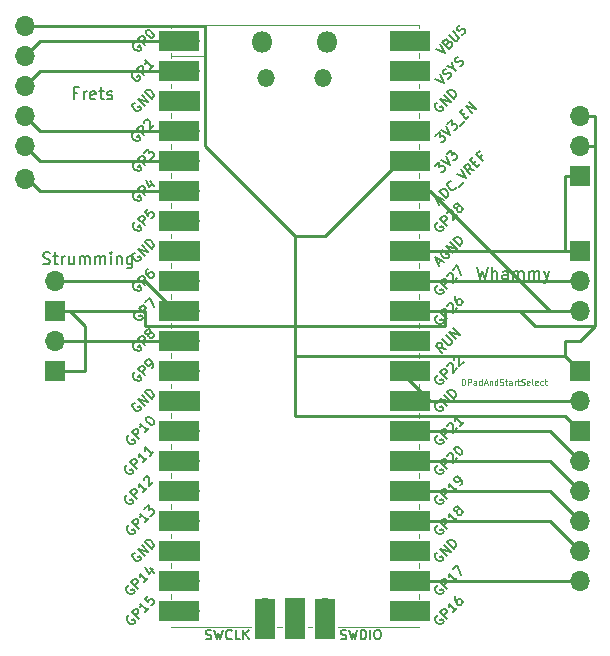
<source format=gbr>
%TF.GenerationSoftware,KiCad,Pcbnew,7.0.7*%
%TF.CreationDate,2023-08-16T19:59:45-07:00*%
%TF.ProjectId,testing,74657374-696e-4672-9e6b-696361645f70,rev?*%
%TF.SameCoordinates,Original*%
%TF.FileFunction,Soldermask,Bot*%
%TF.FilePolarity,Negative*%
%FSLAX46Y46*%
G04 Gerber Fmt 4.6, Leading zero omitted, Abs format (unit mm)*
G04 Created by KiCad (PCBNEW 7.0.7) date 2023-08-16 19:59:45*
%MOMM*%
%LPD*%
G01*
G04 APERTURE LIST*
%ADD10O,1.700000X1.700000*%
%ADD11R,1.700000X1.700000*%
%ADD12O,1.800000X1.800000*%
%ADD13O,1.500000X1.500000*%
%TA.AperFunction,ComponentPad*%
%ADD14O,1.700000X1.700000*%
%TD*%
%TA.AperFunction,ComponentPad*%
%ADD15R,1.700000X1.700000*%
%TD*%
%TA.AperFunction,SMDPad,CuDef*%
%ADD16R,3.500000X1.700000*%
%TD*%
%TA.AperFunction,SMDPad,CuDef*%
%ADD17R,1.700000X3.500000*%
%TD*%
%TA.AperFunction,Conductor*%
%ADD18C,0.250000*%
%TD*%
%ADD19C,0.125000*%
%ADD20C,0.150000*%
%ADD21C,0.120000*%
G04 APERTURE END LIST*
D10*
%TO.C,*%
X121920000Y-78740000D03*
%TD*%
%TO.C,*%
X121920000Y-78740000D03*
%TD*%
D11*
%TO.C,*%
X124460000Y-100330000D03*
%TD*%
D10*
%TO.C,*%
X168910000Y-86360000D03*
%TD*%
%TO.C,*%
X168910000Y-100330000D03*
%TD*%
D11*
%TO.C,*%
X168910000Y-110490000D03*
%TD*%
D10*
%TO.C,*%
X121920000Y-81280000D03*
%TD*%
%TO.C,*%
X168910000Y-113030000D03*
%TD*%
%TO.C,*%
X124460000Y-102870000D03*
%TD*%
%TO.C,*%
X124460000Y-97790000D03*
%TD*%
D12*
%TO.C,REF\u002A\u002A*%
X142055000Y-77600000D03*
D13*
X142355000Y-80630000D03*
X147205000Y-80630000D03*
D12*
X147505000Y-77600000D03*
D10*
X135890000Y-77470000D03*
X135890000Y-80010000D03*
D11*
X135890000Y-82550000D03*
D10*
X135890000Y-85090000D03*
X135890000Y-87630000D03*
X135890000Y-90170000D03*
X135890000Y-92710000D03*
D11*
X135890000Y-95250000D03*
D10*
X135890000Y-97790000D03*
X135890000Y-100330000D03*
X135890000Y-102870000D03*
X135890000Y-105410000D03*
D11*
X135890000Y-107950000D03*
D10*
X135890000Y-110490000D03*
X135890000Y-113030000D03*
X135890000Y-115570000D03*
X135890000Y-118110000D03*
D11*
X135890000Y-120650000D03*
D10*
X135890000Y-123190000D03*
X135890000Y-125730000D03*
X153670000Y-125730000D03*
X153670000Y-123190000D03*
D11*
X153670000Y-120650000D03*
D10*
X153670000Y-118110000D03*
X153670000Y-115570000D03*
X153670000Y-113030000D03*
X153670000Y-110490000D03*
D11*
X153670000Y-107950000D03*
D10*
X153670000Y-105410000D03*
X153670000Y-102870000D03*
X153670000Y-100330000D03*
X153670000Y-97790000D03*
D11*
X153670000Y-95250000D03*
D10*
X153670000Y-92710000D03*
X153670000Y-90170000D03*
X153670000Y-87630000D03*
X153670000Y-85090000D03*
D11*
X153670000Y-82550000D03*
D10*
X153670000Y-80010000D03*
X153670000Y-77470000D03*
X142240000Y-125500000D03*
D11*
X144780000Y-125500000D03*
D10*
X147320000Y-125500000D03*
%TD*%
D11*
%TO.C,*%
X168910000Y-105410000D03*
%TD*%
D10*
%TO.C,*%
X168910000Y-97790000D03*
%TD*%
%TO.C,*%
X168910000Y-120650000D03*
%TD*%
%TO.C,*%
X168910000Y-107950000D03*
%TD*%
%TO.C,*%
X168953025Y-123208536D03*
%TD*%
D11*
%TO.C,*%
X124460000Y-105410000D03*
%TD*%
%TO.C,*%
X168910000Y-95250000D03*
%TD*%
D10*
%TO.C,*%
X168910000Y-83820000D03*
%TD*%
D11*
%TO.C,*%
X168910000Y-88900000D03*
%TD*%
D10*
%TO.C,*%
X121920000Y-76200000D03*
%TD*%
%TO.C,*%
X168910000Y-115570000D03*
%TD*%
%TO.C,*%
X121920000Y-83820000D03*
%TD*%
%TO.C,*%
X121920000Y-86360000D03*
%TD*%
%TO.C,*%
X121937378Y-89136238D03*
%TD*%
%TO.C,*%
X168910000Y-118110000D03*
%TD*%
D14*
%TO.P,,1*%
%TO.N,N/C*%
X121920000Y-78740000D03*
%TD*%
%TO.P,,1*%
%TO.N,N/C*%
X121920000Y-78740000D03*
%TD*%
D15*
%TO.P,,13*%
%TO.N,N/C*%
X124460000Y-100330000D03*
%TD*%
D14*
%TO.P,,36*%
%TO.N,N/C*%
X168910000Y-86360000D03*
%TD*%
%TO.P,,31*%
%TO.N,N/C*%
X168910000Y-100330000D03*
%TD*%
D15*
%TO.P,,28*%
%TO.N,N/C*%
X168910000Y-110490000D03*
%TD*%
D14*
%TO.P,,1*%
%TO.N,N/C*%
X121920000Y-81280000D03*
%TD*%
%TO.P,,30*%
%TO.N,N/C*%
X168910000Y-113030000D03*
%TD*%
%TO.P,,9*%
%TO.N,N/C*%
X124460000Y-102870000D03*
%TD*%
%TO.P,,9*%
%TO.N,N/C*%
X124460000Y-97790000D03*
%TD*%
%TO.P,REF\u002A\u002A,1*%
%TO.N,N/C*%
X135890000Y-77470000D03*
D16*
X134990000Y-77470000D03*
D14*
%TO.P,REF\u002A\u002A,2*%
X135890000Y-80010000D03*
D16*
X134990000Y-80010000D03*
D15*
%TO.P,REF\u002A\u002A,3*%
X135890000Y-82550000D03*
D16*
X134990000Y-82550000D03*
D14*
%TO.P,REF\u002A\u002A,4*%
X135890000Y-85090000D03*
D16*
X134990000Y-85090000D03*
D14*
%TO.P,REF\u002A\u002A,5*%
X135890000Y-87630000D03*
D16*
X134990000Y-87630000D03*
D14*
%TO.P,REF\u002A\u002A,6*%
X135890000Y-90170000D03*
D16*
X134990000Y-90170000D03*
D14*
%TO.P,REF\u002A\u002A,7*%
X135890000Y-92710000D03*
D16*
X134990000Y-92710000D03*
D15*
%TO.P,REF\u002A\u002A,8*%
X135890000Y-95250000D03*
D16*
X134990000Y-95250000D03*
D14*
%TO.P,REF\u002A\u002A,9*%
X135890000Y-97790000D03*
D16*
X134990000Y-97790000D03*
D14*
%TO.P,REF\u002A\u002A,10*%
X135890000Y-100330000D03*
D16*
X134990000Y-100330000D03*
D14*
%TO.P,REF\u002A\u002A,11*%
X135890000Y-102870000D03*
D16*
X134990000Y-102870000D03*
D14*
%TO.P,REF\u002A\u002A,12*%
X135890000Y-105410000D03*
D16*
X134990000Y-105410000D03*
D15*
%TO.P,REF\u002A\u002A,13*%
X135890000Y-107950000D03*
D16*
X134990000Y-107950000D03*
D14*
%TO.P,REF\u002A\u002A,14*%
X135890000Y-110490000D03*
D16*
X134990000Y-110490000D03*
D14*
%TO.P,REF\u002A\u002A,15*%
X135890000Y-113030000D03*
D16*
X134990000Y-113030000D03*
D14*
%TO.P,REF\u002A\u002A,16*%
X135890000Y-115570000D03*
D16*
X134990000Y-115570000D03*
D14*
%TO.P,REF\u002A\u002A,17*%
X135890000Y-118110000D03*
D16*
X134990000Y-118110000D03*
D15*
%TO.P,REF\u002A\u002A,18*%
X135890000Y-120650000D03*
D16*
X134990000Y-120650000D03*
D14*
%TO.P,REF\u002A\u002A,19*%
X135890000Y-123190000D03*
D16*
X134990000Y-123190000D03*
D14*
%TO.P,REF\u002A\u002A,20*%
X135890000Y-125730000D03*
D16*
X134990000Y-125730000D03*
D14*
%TO.P,REF\u002A\u002A,21*%
X153670000Y-125730000D03*
D16*
X154570000Y-125730000D03*
D14*
%TO.P,REF\u002A\u002A,22*%
X153670000Y-123190000D03*
D16*
X154570000Y-123190000D03*
D15*
%TO.P,REF\u002A\u002A,23*%
X153670000Y-120650000D03*
D16*
X154570000Y-120650000D03*
D14*
%TO.P,REF\u002A\u002A,24*%
X153670000Y-118110000D03*
D16*
X154570000Y-118110000D03*
D14*
%TO.P,REF\u002A\u002A,25*%
X153670000Y-115570000D03*
D16*
X154570000Y-115570000D03*
D14*
%TO.P,REF\u002A\u002A,26*%
X153670000Y-113030000D03*
D16*
X154570000Y-113030000D03*
D14*
%TO.P,REF\u002A\u002A,27*%
X153670000Y-110490000D03*
D16*
X154570000Y-110490000D03*
D15*
%TO.P,REF\u002A\u002A,28*%
X153670000Y-107950000D03*
D16*
X154570000Y-107950000D03*
D14*
%TO.P,REF\u002A\u002A,29*%
X153670000Y-105410000D03*
D16*
X154570000Y-105410000D03*
D14*
%TO.P,REF\u002A\u002A,30*%
X153670000Y-102870000D03*
D16*
X154570000Y-102870000D03*
D14*
%TO.P,REF\u002A\u002A,31*%
X153670000Y-100330000D03*
D16*
X154570000Y-100330000D03*
D14*
%TO.P,REF\u002A\u002A,32*%
X153670000Y-97790000D03*
D16*
X154570000Y-97790000D03*
D15*
%TO.P,REF\u002A\u002A,33*%
X153670000Y-95250000D03*
D16*
X154570000Y-95250000D03*
D14*
%TO.P,REF\u002A\u002A,34*%
X153670000Y-92710000D03*
D16*
X154570000Y-92710000D03*
D14*
%TO.P,REF\u002A\u002A,35*%
X153670000Y-90170000D03*
D16*
X154570000Y-90170000D03*
D14*
%TO.P,REF\u002A\u002A,36*%
X153670000Y-87630000D03*
D16*
X154570000Y-87630000D03*
D14*
%TO.P,REF\u002A\u002A,37*%
X153670000Y-85090000D03*
D16*
X154570000Y-85090000D03*
D15*
%TO.P,REF\u002A\u002A,38*%
X153670000Y-82550000D03*
D16*
X154570000Y-82550000D03*
D14*
%TO.P,REF\u002A\u002A,39*%
X153670000Y-80010000D03*
D16*
X154570000Y-80010000D03*
D14*
%TO.P,REF\u002A\u002A,40*%
X153670000Y-77470000D03*
D16*
X154570000Y-77470000D03*
D14*
%TO.P,REF\u002A\u002A,41*%
X142240000Y-125500000D03*
D17*
X142240000Y-126400000D03*
D15*
%TO.P,REF\u002A\u002A,42*%
X144780000Y-125500000D03*
D17*
X144780000Y-126400000D03*
D14*
%TO.P,REF\u002A\u002A,43*%
X147320000Y-125500000D03*
D17*
X147320000Y-126400000D03*
%TD*%
D15*
%TO.P,,28*%
%TO.N,N/C*%
X168910000Y-105410000D03*
%TD*%
D14*
%TO.P,,32*%
%TO.N,N/C*%
X168910000Y-97790000D03*
%TD*%
%TO.P,,30*%
%TO.N,N/C*%
X168910000Y-120650000D03*
%TD*%
%TO.P,,30*%
%TO.N,N/C*%
X168910000Y-107950000D03*
%TD*%
%TO.P,,30*%
%TO.N,N/C*%
X168953025Y-123208536D03*
%TD*%
D15*
%TO.P,,13*%
%TO.N,N/C*%
X124460000Y-105410000D03*
%TD*%
%TO.P,,28*%
%TO.N,N/C*%
X168910000Y-95250000D03*
%TD*%
D14*
%TO.P,,35*%
%TO.N,N/C*%
X168910000Y-83820000D03*
%TD*%
D15*
%TO.P,,33*%
%TO.N,N/C*%
X168910000Y-88900000D03*
%TD*%
D14*
%TO.P,,1*%
%TO.N,N/C*%
X121920000Y-76200000D03*
%TD*%
%TO.P,,30*%
%TO.N,N/C*%
X168910000Y-115570000D03*
%TD*%
%TO.P,,1*%
%TO.N,N/C*%
X121920000Y-83820000D03*
%TD*%
%TO.P,,1*%
%TO.N,N/C*%
X121920000Y-86360000D03*
%TD*%
%TO.P,,1*%
%TO.N,N/C*%
X121937378Y-89136238D03*
%TD*%
%TO.P,,30*%
%TO.N,N/C*%
X168910000Y-118110000D03*
%TD*%
D18*
%TO.N,*%
X137160000Y-76200000D02*
X121920000Y-76200000D01*
X137160000Y-83820000D02*
X137160000Y-76200000D01*
X123190000Y-77470000D02*
X121920000Y-78740000D01*
X123190000Y-80010000D02*
X121920000Y-81280000D01*
X144780000Y-100330000D02*
X144780000Y-101600000D01*
X170180000Y-83820000D02*
X170180000Y-101600000D01*
X157480000Y-100330000D02*
X168910000Y-100330000D01*
X166370000Y-110490000D02*
X168910000Y-113030000D01*
X123190000Y-87630000D02*
X121920000Y-86360000D01*
X167640000Y-109220000D02*
X144780000Y-109220000D01*
X147320000Y-93980000D02*
X144780000Y-93980000D01*
X134620000Y-100330000D02*
X132080000Y-97790000D01*
X153670000Y-95250000D02*
X167640000Y-95250000D01*
X153670000Y-113030000D02*
X166370000Y-113030000D01*
X167640000Y-104140000D02*
X168910000Y-105410000D01*
X123190000Y-90170000D02*
X121920000Y-88900000D01*
X153670000Y-105410000D02*
X156210000Y-107950000D01*
X168910000Y-110490000D02*
X167640000Y-109220000D01*
X153670000Y-110490000D02*
X166370000Y-110490000D01*
X144780000Y-93980000D02*
X144780000Y-100330000D01*
X167640000Y-102870000D02*
X167640000Y-104140000D01*
X135890000Y-87630000D02*
X123190000Y-87630000D01*
X153670000Y-123190000D02*
X168910000Y-123190000D01*
X135890000Y-90170000D02*
X123190000Y-90170000D01*
X135890000Y-80010000D02*
X123190000Y-80010000D01*
X153670000Y-118110000D02*
X166370000Y-118110000D01*
X168910000Y-102870000D02*
X167640000Y-102870000D01*
X128270000Y-100330000D02*
X124460000Y-100330000D01*
X135890000Y-85090000D02*
X123190000Y-85090000D01*
X167640000Y-95250000D02*
X168910000Y-95250000D01*
X123190000Y-85090000D02*
X121920000Y-83820000D01*
X144780000Y-101600000D02*
X157480000Y-101600000D01*
X144780000Y-104140000D02*
X167640000Y-104140000D01*
X170180000Y-101600000D02*
X168910000Y-102870000D01*
X132080000Y-97790000D02*
X124460000Y-97790000D01*
X166370000Y-118110000D02*
X168910000Y-120650000D01*
X135890000Y-77470000D02*
X123190000Y-77470000D01*
X168910000Y-83820000D02*
X170180000Y-83820000D01*
X144780000Y-101600000D02*
X144780000Y-104140000D01*
X132080000Y-101600000D02*
X132080000Y-100330000D01*
X144780000Y-93980000D02*
X137160000Y-86360000D01*
X144780000Y-104140000D02*
X144780000Y-109220000D01*
X167640000Y-88900000D02*
X168910000Y-88900000D01*
X153670000Y-115570000D02*
X166370000Y-115570000D01*
X135890000Y-102870000D02*
X124460000Y-102870000D01*
X167640000Y-95250000D02*
X167640000Y-88900000D01*
X153670000Y-97790000D02*
X168910000Y-97790000D01*
X156210000Y-107950000D02*
X168910000Y-107950000D01*
X166370000Y-113030000D02*
X168910000Y-115570000D01*
X153670000Y-87630000D02*
X147320000Y-93980000D01*
X135890000Y-100330000D02*
X134620000Y-100330000D01*
X137160000Y-86360000D02*
X137160000Y-83820000D01*
X157480000Y-101600000D02*
X157480000Y-100330000D01*
X166370000Y-115570000D02*
X168910000Y-118110000D01*
X144780000Y-101600000D02*
X132080000Y-101600000D01*
X132080000Y-100330000D02*
X128270000Y-100330000D01*
%TD*%
D14*
%TO.P,,1*%
%TO.N,N/C*%
X121920000Y-78740000D03*
%TD*%
%TO.P,,1*%
%TO.N,N/C*%
X121920000Y-78740000D03*
%TD*%
D15*
%TO.P,,13*%
%TO.N,N/C*%
X124460000Y-100330000D03*
%TD*%
D14*
%TO.P,,36*%
%TO.N,N/C*%
X168910000Y-86360000D03*
%TD*%
%TO.P,,31*%
%TO.N,N/C*%
X168910000Y-100330000D03*
%TD*%
D15*
%TO.P,,28*%
%TO.N,N/C*%
X168910000Y-110490000D03*
%TD*%
D14*
%TO.P,,1*%
%TO.N,N/C*%
X121920000Y-81280000D03*
%TD*%
%TO.P,,30*%
%TO.N,N/C*%
X168910000Y-113030000D03*
%TD*%
%TO.P,,9*%
%TO.N,N/C*%
X124460000Y-102870000D03*
%TD*%
%TO.P,,9*%
%TO.N,N/C*%
X124460000Y-97790000D03*
%TD*%
%TO.P,REF\u002A\u002A,1*%
%TO.N,N/C*%
X135890000Y-77470000D03*
%TO.P,REF\u002A\u002A,2*%
X135890000Y-80010000D03*
D15*
%TO.P,REF\u002A\u002A,3*%
X135890000Y-82550000D03*
D14*
%TO.P,REF\u002A\u002A,4*%
X135890000Y-85090000D03*
%TO.P,REF\u002A\u002A,5*%
X135890000Y-87630000D03*
%TO.P,REF\u002A\u002A,6*%
X135890000Y-90170000D03*
%TO.P,REF\u002A\u002A,7*%
X135890000Y-92710000D03*
D15*
%TO.P,REF\u002A\u002A,8*%
X135890000Y-95250000D03*
D14*
%TO.P,REF\u002A\u002A,9*%
X135890000Y-97790000D03*
%TO.P,REF\u002A\u002A,10*%
X135890000Y-100330000D03*
%TO.P,REF\u002A\u002A,11*%
X135890000Y-102870000D03*
%TO.P,REF\u002A\u002A,12*%
X135890000Y-105410000D03*
D15*
%TO.P,REF\u002A\u002A,13*%
X135890000Y-107950000D03*
D14*
%TO.P,REF\u002A\u002A,14*%
X135890000Y-110490000D03*
%TO.P,REF\u002A\u002A,15*%
X135890000Y-113030000D03*
%TO.P,REF\u002A\u002A,16*%
X135890000Y-115570000D03*
%TO.P,REF\u002A\u002A,17*%
X135890000Y-118110000D03*
D15*
%TO.P,REF\u002A\u002A,18*%
X135890000Y-120650000D03*
D14*
%TO.P,REF\u002A\u002A,19*%
X135890000Y-123190000D03*
%TO.P,REF\u002A\u002A,20*%
X135890000Y-125730000D03*
%TO.P,REF\u002A\u002A,21*%
X153670000Y-125730000D03*
%TO.P,REF\u002A\u002A,22*%
X153670000Y-123190000D03*
D15*
%TO.P,REF\u002A\u002A,23*%
X153670000Y-120650000D03*
D14*
%TO.P,REF\u002A\u002A,24*%
X153670000Y-118110000D03*
%TO.P,REF\u002A\u002A,25*%
X153670000Y-115570000D03*
%TO.P,REF\u002A\u002A,26*%
X153670000Y-113030000D03*
%TO.P,REF\u002A\u002A,27*%
X153670000Y-110490000D03*
D15*
%TO.P,REF\u002A\u002A,28*%
X153670000Y-107950000D03*
D14*
%TO.P,REF\u002A\u002A,29*%
X153670000Y-105410000D03*
%TO.P,REF\u002A\u002A,30*%
X153670000Y-102870000D03*
%TO.P,REF\u002A\u002A,31*%
X153670000Y-100330000D03*
%TO.P,REF\u002A\u002A,32*%
X153670000Y-97790000D03*
D15*
%TO.P,REF\u002A\u002A,33*%
X153670000Y-95250000D03*
D14*
%TO.P,REF\u002A\u002A,34*%
X153670000Y-92710000D03*
%TO.P,REF\u002A\u002A,35*%
X153670000Y-90170000D03*
%TO.P,REF\u002A\u002A,36*%
X153670000Y-87630000D03*
%TO.P,REF\u002A\u002A,37*%
X153670000Y-85090000D03*
D15*
%TO.P,REF\u002A\u002A,38*%
X153670000Y-82550000D03*
D14*
%TO.P,REF\u002A\u002A,39*%
X153670000Y-80010000D03*
%TO.P,REF\u002A\u002A,40*%
X153670000Y-77470000D03*
%TO.P,REF\u002A\u002A,41*%
X142240000Y-125500000D03*
D15*
%TO.P,REF\u002A\u002A,42*%
X144780000Y-125500000D03*
D14*
%TO.P,REF\u002A\u002A,43*%
X147320000Y-125500000D03*
%TD*%
D15*
%TO.P,,28*%
%TO.N,N/C*%
X168910000Y-105410000D03*
%TD*%
D14*
%TO.P,,32*%
%TO.N,N/C*%
X168910000Y-97790000D03*
%TD*%
%TO.P,,30*%
%TO.N,N/C*%
X168910000Y-120650000D03*
%TD*%
%TO.P,,30*%
%TO.N,N/C*%
X168910000Y-107950000D03*
%TD*%
%TO.P,,30*%
%TO.N,N/C*%
X168953025Y-123208536D03*
%TD*%
D15*
%TO.P,,13*%
%TO.N,N/C*%
X124460000Y-105410000D03*
%TD*%
%TO.P,,28*%
%TO.N,N/C*%
X168910000Y-95250000D03*
%TD*%
D14*
%TO.P,,35*%
%TO.N,N/C*%
X168910000Y-83820000D03*
%TD*%
D15*
%TO.P,,33*%
%TO.N,N/C*%
X168910000Y-88900000D03*
%TD*%
D14*
%TO.P,,1*%
%TO.N,N/C*%
X121920000Y-76200000D03*
%TD*%
%TO.P,,30*%
%TO.N,N/C*%
X168910000Y-115570000D03*
%TD*%
%TO.P,,1*%
%TO.N,N/C*%
X121920000Y-83820000D03*
%TD*%
%TO.P,,1*%
%TO.N,N/C*%
X121920000Y-86360000D03*
%TD*%
%TO.P,,1*%
%TO.N,N/C*%
X121937378Y-89136238D03*
%TD*%
%TO.P,,30*%
%TO.N,N/C*%
X168910000Y-118110000D03*
%TD*%
D18*
%TO.N,*%
X170180000Y-86360000D02*
X168910000Y-86360000D01*
X125730000Y-100330000D02*
X127000000Y-101600000D01*
X127000000Y-101600000D02*
X127000000Y-105410000D01*
X127000000Y-105410000D02*
X124460000Y-105410000D01*
X153670000Y-90170000D02*
X156210000Y-90170000D01*
X170180000Y-101600000D02*
X170180000Y-86360000D01*
X166370000Y-100330000D02*
X168910000Y-100330000D01*
X153670000Y-100330000D02*
X163830000Y-100330000D01*
X156210000Y-90170000D02*
X166370000Y-100330000D01*
X165100000Y-101600000D02*
X170180000Y-101600000D01*
X124460000Y-100330000D02*
X125730000Y-100330000D01*
X163830000Y-100330000D02*
X165100000Y-101600000D01*
%TD*%
D19*
X158951283Y-106612309D02*
X158951283Y-106112309D01*
X158951283Y-106112309D02*
X159070331Y-106112309D01*
X159070331Y-106112309D02*
X159141759Y-106136119D01*
X159141759Y-106136119D02*
X159189378Y-106183738D01*
X159189378Y-106183738D02*
X159213188Y-106231357D01*
X159213188Y-106231357D02*
X159236997Y-106326595D01*
X159236997Y-106326595D02*
X159236997Y-106398023D01*
X159236997Y-106398023D02*
X159213188Y-106493261D01*
X159213188Y-106493261D02*
X159189378Y-106540880D01*
X159189378Y-106540880D02*
X159141759Y-106588500D01*
X159141759Y-106588500D02*
X159070331Y-106612309D01*
X159070331Y-106612309D02*
X158951283Y-106612309D01*
X159451283Y-106612309D02*
X159451283Y-106112309D01*
X159451283Y-106112309D02*
X159641759Y-106112309D01*
X159641759Y-106112309D02*
X159689378Y-106136119D01*
X159689378Y-106136119D02*
X159713188Y-106159928D01*
X159713188Y-106159928D02*
X159736997Y-106207547D01*
X159736997Y-106207547D02*
X159736997Y-106278976D01*
X159736997Y-106278976D02*
X159713188Y-106326595D01*
X159713188Y-106326595D02*
X159689378Y-106350404D01*
X159689378Y-106350404D02*
X159641759Y-106374214D01*
X159641759Y-106374214D02*
X159451283Y-106374214D01*
X160165569Y-106612309D02*
X160165569Y-106350404D01*
X160165569Y-106350404D02*
X160141759Y-106302785D01*
X160141759Y-106302785D02*
X160094140Y-106278976D01*
X160094140Y-106278976D02*
X159998902Y-106278976D01*
X159998902Y-106278976D02*
X159951283Y-106302785D01*
X160165569Y-106588500D02*
X160117950Y-106612309D01*
X160117950Y-106612309D02*
X159998902Y-106612309D01*
X159998902Y-106612309D02*
X159951283Y-106588500D01*
X159951283Y-106588500D02*
X159927474Y-106540880D01*
X159927474Y-106540880D02*
X159927474Y-106493261D01*
X159927474Y-106493261D02*
X159951283Y-106445642D01*
X159951283Y-106445642D02*
X159998902Y-106421833D01*
X159998902Y-106421833D02*
X160117950Y-106421833D01*
X160117950Y-106421833D02*
X160165569Y-106398023D01*
X160617950Y-106612309D02*
X160617950Y-106112309D01*
X160617950Y-106588500D02*
X160570331Y-106612309D01*
X160570331Y-106612309D02*
X160475093Y-106612309D01*
X160475093Y-106612309D02*
X160427474Y-106588500D01*
X160427474Y-106588500D02*
X160403664Y-106564690D01*
X160403664Y-106564690D02*
X160379855Y-106517071D01*
X160379855Y-106517071D02*
X160379855Y-106374214D01*
X160379855Y-106374214D02*
X160403664Y-106326595D01*
X160403664Y-106326595D02*
X160427474Y-106302785D01*
X160427474Y-106302785D02*
X160475093Y-106278976D01*
X160475093Y-106278976D02*
X160570331Y-106278976D01*
X160570331Y-106278976D02*
X160617950Y-106302785D01*
X160832236Y-106469452D02*
X161070331Y-106469452D01*
X160784617Y-106612309D02*
X160951283Y-106112309D01*
X160951283Y-106112309D02*
X161117950Y-106612309D01*
X161284616Y-106278976D02*
X161284616Y-106612309D01*
X161284616Y-106326595D02*
X161308426Y-106302785D01*
X161308426Y-106302785D02*
X161356045Y-106278976D01*
X161356045Y-106278976D02*
X161427473Y-106278976D01*
X161427473Y-106278976D02*
X161475092Y-106302785D01*
X161475092Y-106302785D02*
X161498902Y-106350404D01*
X161498902Y-106350404D02*
X161498902Y-106612309D01*
X161951283Y-106612309D02*
X161951283Y-106112309D01*
X161951283Y-106588500D02*
X161903664Y-106612309D01*
X161903664Y-106612309D02*
X161808426Y-106612309D01*
X161808426Y-106612309D02*
X161760807Y-106588500D01*
X161760807Y-106588500D02*
X161736997Y-106564690D01*
X161736997Y-106564690D02*
X161713188Y-106517071D01*
X161713188Y-106517071D02*
X161713188Y-106374214D01*
X161713188Y-106374214D02*
X161736997Y-106326595D01*
X161736997Y-106326595D02*
X161760807Y-106302785D01*
X161760807Y-106302785D02*
X161808426Y-106278976D01*
X161808426Y-106278976D02*
X161903664Y-106278976D01*
X161903664Y-106278976D02*
X161951283Y-106302785D01*
X162165569Y-106588500D02*
X162236997Y-106612309D01*
X162236997Y-106612309D02*
X162356045Y-106612309D01*
X162356045Y-106612309D02*
X162403664Y-106588500D01*
X162403664Y-106588500D02*
X162427473Y-106564690D01*
X162427473Y-106564690D02*
X162451283Y-106517071D01*
X162451283Y-106517071D02*
X162451283Y-106469452D01*
X162451283Y-106469452D02*
X162427473Y-106421833D01*
X162427473Y-106421833D02*
X162403664Y-106398023D01*
X162403664Y-106398023D02*
X162356045Y-106374214D01*
X162356045Y-106374214D02*
X162260807Y-106350404D01*
X162260807Y-106350404D02*
X162213188Y-106326595D01*
X162213188Y-106326595D02*
X162189378Y-106302785D01*
X162189378Y-106302785D02*
X162165569Y-106255166D01*
X162165569Y-106255166D02*
X162165569Y-106207547D01*
X162165569Y-106207547D02*
X162189378Y-106159928D01*
X162189378Y-106159928D02*
X162213188Y-106136119D01*
X162213188Y-106136119D02*
X162260807Y-106112309D01*
X162260807Y-106112309D02*
X162379854Y-106112309D01*
X162379854Y-106112309D02*
X162451283Y-106136119D01*
X162594140Y-106278976D02*
X162784616Y-106278976D01*
X162665568Y-106112309D02*
X162665568Y-106540880D01*
X162665568Y-106540880D02*
X162689378Y-106588500D01*
X162689378Y-106588500D02*
X162736997Y-106612309D01*
X162736997Y-106612309D02*
X162784616Y-106612309D01*
X163165568Y-106612309D02*
X163165568Y-106350404D01*
X163165568Y-106350404D02*
X163141758Y-106302785D01*
X163141758Y-106302785D02*
X163094139Y-106278976D01*
X163094139Y-106278976D02*
X162998901Y-106278976D01*
X162998901Y-106278976D02*
X162951282Y-106302785D01*
X163165568Y-106588500D02*
X163117949Y-106612309D01*
X163117949Y-106612309D02*
X162998901Y-106612309D01*
X162998901Y-106612309D02*
X162951282Y-106588500D01*
X162951282Y-106588500D02*
X162927473Y-106540880D01*
X162927473Y-106540880D02*
X162927473Y-106493261D01*
X162927473Y-106493261D02*
X162951282Y-106445642D01*
X162951282Y-106445642D02*
X162998901Y-106421833D01*
X162998901Y-106421833D02*
X163117949Y-106421833D01*
X163117949Y-106421833D02*
X163165568Y-106398023D01*
X163403663Y-106612309D02*
X163403663Y-106278976D01*
X163403663Y-106374214D02*
X163427473Y-106326595D01*
X163427473Y-106326595D02*
X163451282Y-106302785D01*
X163451282Y-106302785D02*
X163498901Y-106278976D01*
X163498901Y-106278976D02*
X163546520Y-106278976D01*
X163641759Y-106278976D02*
X163832235Y-106278976D01*
X163713187Y-106112309D02*
X163713187Y-106540880D01*
X163713187Y-106540880D02*
X163736997Y-106588500D01*
X163736997Y-106588500D02*
X163784616Y-106612309D01*
X163784616Y-106612309D02*
X163832235Y-106612309D01*
X163975092Y-106588500D02*
X164046520Y-106612309D01*
X164046520Y-106612309D02*
X164165568Y-106612309D01*
X164165568Y-106612309D02*
X164213187Y-106588500D01*
X164213187Y-106588500D02*
X164236996Y-106564690D01*
X164236996Y-106564690D02*
X164260806Y-106517071D01*
X164260806Y-106517071D02*
X164260806Y-106469452D01*
X164260806Y-106469452D02*
X164236996Y-106421833D01*
X164236996Y-106421833D02*
X164213187Y-106398023D01*
X164213187Y-106398023D02*
X164165568Y-106374214D01*
X164165568Y-106374214D02*
X164070330Y-106350404D01*
X164070330Y-106350404D02*
X164022711Y-106326595D01*
X164022711Y-106326595D02*
X163998901Y-106302785D01*
X163998901Y-106302785D02*
X163975092Y-106255166D01*
X163975092Y-106255166D02*
X163975092Y-106207547D01*
X163975092Y-106207547D02*
X163998901Y-106159928D01*
X163998901Y-106159928D02*
X164022711Y-106136119D01*
X164022711Y-106136119D02*
X164070330Y-106112309D01*
X164070330Y-106112309D02*
X164189377Y-106112309D01*
X164189377Y-106112309D02*
X164260806Y-106136119D01*
X164665567Y-106588500D02*
X164617948Y-106612309D01*
X164617948Y-106612309D02*
X164522710Y-106612309D01*
X164522710Y-106612309D02*
X164475091Y-106588500D01*
X164475091Y-106588500D02*
X164451282Y-106540880D01*
X164451282Y-106540880D02*
X164451282Y-106350404D01*
X164451282Y-106350404D02*
X164475091Y-106302785D01*
X164475091Y-106302785D02*
X164522710Y-106278976D01*
X164522710Y-106278976D02*
X164617948Y-106278976D01*
X164617948Y-106278976D02*
X164665567Y-106302785D01*
X164665567Y-106302785D02*
X164689377Y-106350404D01*
X164689377Y-106350404D02*
X164689377Y-106398023D01*
X164689377Y-106398023D02*
X164451282Y-106445642D01*
X164975091Y-106612309D02*
X164927472Y-106588500D01*
X164927472Y-106588500D02*
X164903662Y-106540880D01*
X164903662Y-106540880D02*
X164903662Y-106112309D01*
X165356043Y-106588500D02*
X165308424Y-106612309D01*
X165308424Y-106612309D02*
X165213186Y-106612309D01*
X165213186Y-106612309D02*
X165165567Y-106588500D01*
X165165567Y-106588500D02*
X165141758Y-106540880D01*
X165141758Y-106540880D02*
X165141758Y-106350404D01*
X165141758Y-106350404D02*
X165165567Y-106302785D01*
X165165567Y-106302785D02*
X165213186Y-106278976D01*
X165213186Y-106278976D02*
X165308424Y-106278976D01*
X165308424Y-106278976D02*
X165356043Y-106302785D01*
X165356043Y-106302785D02*
X165379853Y-106350404D01*
X165379853Y-106350404D02*
X165379853Y-106398023D01*
X165379853Y-106398023D02*
X165141758Y-106445642D01*
X165808424Y-106588500D02*
X165760805Y-106612309D01*
X165760805Y-106612309D02*
X165665567Y-106612309D01*
X165665567Y-106612309D02*
X165617948Y-106588500D01*
X165617948Y-106588500D02*
X165594138Y-106564690D01*
X165594138Y-106564690D02*
X165570329Y-106517071D01*
X165570329Y-106517071D02*
X165570329Y-106374214D01*
X165570329Y-106374214D02*
X165594138Y-106326595D01*
X165594138Y-106326595D02*
X165617948Y-106302785D01*
X165617948Y-106302785D02*
X165665567Y-106278976D01*
X165665567Y-106278976D02*
X165760805Y-106278976D01*
X165760805Y-106278976D02*
X165808424Y-106302785D01*
X165951281Y-106278976D02*
X166141757Y-106278976D01*
X166022709Y-106112309D02*
X166022709Y-106540880D01*
X166022709Y-106540880D02*
X166046519Y-106588500D01*
X166046519Y-106588500D02*
X166094138Y-106612309D01*
X166094138Y-106612309D02*
X166141757Y-106612309D01*
D20*
X160261541Y-96659819D02*
X160499636Y-97659819D01*
X160499636Y-97659819D02*
X160690112Y-96945533D01*
X160690112Y-96945533D02*
X160880588Y-97659819D01*
X160880588Y-97659819D02*
X161118684Y-96659819D01*
X161499636Y-97659819D02*
X161499636Y-96659819D01*
X161928207Y-97659819D02*
X161928207Y-97136009D01*
X161928207Y-97136009D02*
X161880588Y-97040771D01*
X161880588Y-97040771D02*
X161785350Y-96993152D01*
X161785350Y-96993152D02*
X161642493Y-96993152D01*
X161642493Y-96993152D02*
X161547255Y-97040771D01*
X161547255Y-97040771D02*
X161499636Y-97088390D01*
X162832969Y-97659819D02*
X162832969Y-97136009D01*
X162832969Y-97136009D02*
X162785350Y-97040771D01*
X162785350Y-97040771D02*
X162690112Y-96993152D01*
X162690112Y-96993152D02*
X162499636Y-96993152D01*
X162499636Y-96993152D02*
X162404398Y-97040771D01*
X162832969Y-97612200D02*
X162737731Y-97659819D01*
X162737731Y-97659819D02*
X162499636Y-97659819D01*
X162499636Y-97659819D02*
X162404398Y-97612200D01*
X162404398Y-97612200D02*
X162356779Y-97516961D01*
X162356779Y-97516961D02*
X162356779Y-97421723D01*
X162356779Y-97421723D02*
X162404398Y-97326485D01*
X162404398Y-97326485D02*
X162499636Y-97278866D01*
X162499636Y-97278866D02*
X162737731Y-97278866D01*
X162737731Y-97278866D02*
X162832969Y-97231247D01*
X163309160Y-97659819D02*
X163309160Y-96993152D01*
X163309160Y-97088390D02*
X163356779Y-97040771D01*
X163356779Y-97040771D02*
X163452017Y-96993152D01*
X163452017Y-96993152D02*
X163594874Y-96993152D01*
X163594874Y-96993152D02*
X163690112Y-97040771D01*
X163690112Y-97040771D02*
X163737731Y-97136009D01*
X163737731Y-97136009D02*
X163737731Y-97659819D01*
X163737731Y-97136009D02*
X163785350Y-97040771D01*
X163785350Y-97040771D02*
X163880588Y-96993152D01*
X163880588Y-96993152D02*
X164023445Y-96993152D01*
X164023445Y-96993152D02*
X164118684Y-97040771D01*
X164118684Y-97040771D02*
X164166303Y-97136009D01*
X164166303Y-97136009D02*
X164166303Y-97659819D01*
X164642493Y-97659819D02*
X164642493Y-96993152D01*
X164642493Y-97088390D02*
X164690112Y-97040771D01*
X164690112Y-97040771D02*
X164785350Y-96993152D01*
X164785350Y-96993152D02*
X164928207Y-96993152D01*
X164928207Y-96993152D02*
X165023445Y-97040771D01*
X165023445Y-97040771D02*
X165071064Y-97136009D01*
X165071064Y-97136009D02*
X165071064Y-97659819D01*
X165071064Y-97136009D02*
X165118683Y-97040771D01*
X165118683Y-97040771D02*
X165213921Y-96993152D01*
X165213921Y-96993152D02*
X165356778Y-96993152D01*
X165356778Y-96993152D02*
X165452017Y-97040771D01*
X165452017Y-97040771D02*
X165499636Y-97136009D01*
X165499636Y-97136009D02*
X165499636Y-97659819D01*
X165880588Y-96993152D02*
X166118683Y-97659819D01*
X166356778Y-96993152D02*
X166118683Y-97659819D01*
X166118683Y-97659819D02*
X166023445Y-97897914D01*
X166023445Y-97897914D02*
X165975826Y-97945533D01*
X165975826Y-97945533D02*
X165880588Y-97993152D01*
X126400112Y-81896009D02*
X126066779Y-81896009D01*
X126066779Y-82419819D02*
X126066779Y-81419819D01*
X126066779Y-81419819D02*
X126542969Y-81419819D01*
X126923922Y-82419819D02*
X126923922Y-81753152D01*
X126923922Y-81943628D02*
X126971541Y-81848390D01*
X126971541Y-81848390D02*
X127019160Y-81800771D01*
X127019160Y-81800771D02*
X127114398Y-81753152D01*
X127114398Y-81753152D02*
X127209636Y-81753152D01*
X127923922Y-82372200D02*
X127828684Y-82419819D01*
X127828684Y-82419819D02*
X127638208Y-82419819D01*
X127638208Y-82419819D02*
X127542970Y-82372200D01*
X127542970Y-82372200D02*
X127495351Y-82276961D01*
X127495351Y-82276961D02*
X127495351Y-81896009D01*
X127495351Y-81896009D02*
X127542970Y-81800771D01*
X127542970Y-81800771D02*
X127638208Y-81753152D01*
X127638208Y-81753152D02*
X127828684Y-81753152D01*
X127828684Y-81753152D02*
X127923922Y-81800771D01*
X127923922Y-81800771D02*
X127971541Y-81896009D01*
X127971541Y-81896009D02*
X127971541Y-81991247D01*
X127971541Y-81991247D02*
X127495351Y-82086485D01*
X128257256Y-81753152D02*
X128638208Y-81753152D01*
X128400113Y-81419819D02*
X128400113Y-82276961D01*
X128400113Y-82276961D02*
X128447732Y-82372200D01*
X128447732Y-82372200D02*
X128542970Y-82419819D01*
X128542970Y-82419819D02*
X128638208Y-82419819D01*
X128923923Y-82372200D02*
X129019161Y-82419819D01*
X129019161Y-82419819D02*
X129209637Y-82419819D01*
X129209637Y-82419819D02*
X129304875Y-82372200D01*
X129304875Y-82372200D02*
X129352494Y-82276961D01*
X129352494Y-82276961D02*
X129352494Y-82229342D01*
X129352494Y-82229342D02*
X129304875Y-82134104D01*
X129304875Y-82134104D02*
X129209637Y-82086485D01*
X129209637Y-82086485D02*
X129066780Y-82086485D01*
X129066780Y-82086485D02*
X128971542Y-82038866D01*
X128971542Y-82038866D02*
X128923923Y-81943628D01*
X128923923Y-81943628D02*
X128923923Y-81896009D01*
X128923923Y-81896009D02*
X128971542Y-81800771D01*
X128971542Y-81800771D02*
X129066780Y-81753152D01*
X129066780Y-81753152D02*
X129209637Y-81753152D01*
X129209637Y-81753152D02*
X129304875Y-81800771D01*
X123479160Y-96342200D02*
X123622017Y-96389819D01*
X123622017Y-96389819D02*
X123860112Y-96389819D01*
X123860112Y-96389819D02*
X123955350Y-96342200D01*
X123955350Y-96342200D02*
X124002969Y-96294580D01*
X124002969Y-96294580D02*
X124050588Y-96199342D01*
X124050588Y-96199342D02*
X124050588Y-96104104D01*
X124050588Y-96104104D02*
X124002969Y-96008866D01*
X124002969Y-96008866D02*
X123955350Y-95961247D01*
X123955350Y-95961247D02*
X123860112Y-95913628D01*
X123860112Y-95913628D02*
X123669636Y-95866009D01*
X123669636Y-95866009D02*
X123574398Y-95818390D01*
X123574398Y-95818390D02*
X123526779Y-95770771D01*
X123526779Y-95770771D02*
X123479160Y-95675533D01*
X123479160Y-95675533D02*
X123479160Y-95580295D01*
X123479160Y-95580295D02*
X123526779Y-95485057D01*
X123526779Y-95485057D02*
X123574398Y-95437438D01*
X123574398Y-95437438D02*
X123669636Y-95389819D01*
X123669636Y-95389819D02*
X123907731Y-95389819D01*
X123907731Y-95389819D02*
X124050588Y-95437438D01*
X124336303Y-95723152D02*
X124717255Y-95723152D01*
X124479160Y-95389819D02*
X124479160Y-96246961D01*
X124479160Y-96246961D02*
X124526779Y-96342200D01*
X124526779Y-96342200D02*
X124622017Y-96389819D01*
X124622017Y-96389819D02*
X124717255Y-96389819D01*
X125050589Y-96389819D02*
X125050589Y-95723152D01*
X125050589Y-95913628D02*
X125098208Y-95818390D01*
X125098208Y-95818390D02*
X125145827Y-95770771D01*
X125145827Y-95770771D02*
X125241065Y-95723152D01*
X125241065Y-95723152D02*
X125336303Y-95723152D01*
X126098208Y-95723152D02*
X126098208Y-96389819D01*
X125669637Y-95723152D02*
X125669637Y-96246961D01*
X125669637Y-96246961D02*
X125717256Y-96342200D01*
X125717256Y-96342200D02*
X125812494Y-96389819D01*
X125812494Y-96389819D02*
X125955351Y-96389819D01*
X125955351Y-96389819D02*
X126050589Y-96342200D01*
X126050589Y-96342200D02*
X126098208Y-96294580D01*
X126574399Y-96389819D02*
X126574399Y-95723152D01*
X126574399Y-95818390D02*
X126622018Y-95770771D01*
X126622018Y-95770771D02*
X126717256Y-95723152D01*
X126717256Y-95723152D02*
X126860113Y-95723152D01*
X126860113Y-95723152D02*
X126955351Y-95770771D01*
X126955351Y-95770771D02*
X127002970Y-95866009D01*
X127002970Y-95866009D02*
X127002970Y-96389819D01*
X127002970Y-95866009D02*
X127050589Y-95770771D01*
X127050589Y-95770771D02*
X127145827Y-95723152D01*
X127145827Y-95723152D02*
X127288684Y-95723152D01*
X127288684Y-95723152D02*
X127383923Y-95770771D01*
X127383923Y-95770771D02*
X127431542Y-95866009D01*
X127431542Y-95866009D02*
X127431542Y-96389819D01*
X127907732Y-96389819D02*
X127907732Y-95723152D01*
X127907732Y-95818390D02*
X127955351Y-95770771D01*
X127955351Y-95770771D02*
X128050589Y-95723152D01*
X128050589Y-95723152D02*
X128193446Y-95723152D01*
X128193446Y-95723152D02*
X128288684Y-95770771D01*
X128288684Y-95770771D02*
X128336303Y-95866009D01*
X128336303Y-95866009D02*
X128336303Y-96389819D01*
X128336303Y-95866009D02*
X128383922Y-95770771D01*
X128383922Y-95770771D02*
X128479160Y-95723152D01*
X128479160Y-95723152D02*
X128622017Y-95723152D01*
X128622017Y-95723152D02*
X128717256Y-95770771D01*
X128717256Y-95770771D02*
X128764875Y-95866009D01*
X128764875Y-95866009D02*
X128764875Y-96389819D01*
X129241065Y-96389819D02*
X129241065Y-95723152D01*
X129241065Y-95389819D02*
X129193446Y-95437438D01*
X129193446Y-95437438D02*
X129241065Y-95485057D01*
X129241065Y-95485057D02*
X129288684Y-95437438D01*
X129288684Y-95437438D02*
X129241065Y-95389819D01*
X129241065Y-95389819D02*
X129241065Y-95485057D01*
X129717255Y-95723152D02*
X129717255Y-96389819D01*
X129717255Y-95818390D02*
X129764874Y-95770771D01*
X129764874Y-95770771D02*
X129860112Y-95723152D01*
X129860112Y-95723152D02*
X130002969Y-95723152D01*
X130002969Y-95723152D02*
X130098207Y-95770771D01*
X130098207Y-95770771D02*
X130145826Y-95866009D01*
X130145826Y-95866009D02*
X130145826Y-96389819D01*
X131050588Y-95723152D02*
X131050588Y-96532676D01*
X131050588Y-96532676D02*
X131002969Y-96627914D01*
X131002969Y-96627914D02*
X130955350Y-96675533D01*
X130955350Y-96675533D02*
X130860112Y-96723152D01*
X130860112Y-96723152D02*
X130717255Y-96723152D01*
X130717255Y-96723152D02*
X130622017Y-96675533D01*
X131050588Y-96342200D02*
X130955350Y-96389819D01*
X130955350Y-96389819D02*
X130764874Y-96389819D01*
X130764874Y-96389819D02*
X130669636Y-96342200D01*
X130669636Y-96342200D02*
X130622017Y-96294580D01*
X130622017Y-96294580D02*
X130574398Y-96199342D01*
X130574398Y-96199342D02*
X130574398Y-95913628D01*
X130574398Y-95913628D02*
X130622017Y-95818390D01*
X130622017Y-95818390D02*
X130669636Y-95770771D01*
X130669636Y-95770771D02*
X130764874Y-95723152D01*
X130764874Y-95723152D02*
X130955350Y-95723152D01*
X130955350Y-95723152D02*
X131050588Y-95770771D01*
X131266435Y-120798431D02*
X131185623Y-120825368D01*
X131185623Y-120825368D02*
X131104811Y-120906180D01*
X131104811Y-120906180D02*
X131050936Y-121013930D01*
X131050936Y-121013930D02*
X131050936Y-121121680D01*
X131050936Y-121121680D02*
X131077873Y-121202492D01*
X131077873Y-121202492D02*
X131158685Y-121337179D01*
X131158685Y-121337179D02*
X131239498Y-121417991D01*
X131239498Y-121417991D02*
X131374185Y-121498803D01*
X131374185Y-121498803D02*
X131454997Y-121525741D01*
X131454997Y-121525741D02*
X131562746Y-121525741D01*
X131562746Y-121525741D02*
X131670496Y-121471866D01*
X131670496Y-121471866D02*
X131724371Y-121417991D01*
X131724371Y-121417991D02*
X131778246Y-121310241D01*
X131778246Y-121310241D02*
X131778246Y-121256367D01*
X131778246Y-121256367D02*
X131589684Y-121067805D01*
X131589684Y-121067805D02*
X131481934Y-121175554D01*
X132074557Y-121067805D02*
X131508872Y-120502119D01*
X131508872Y-120502119D02*
X132397806Y-120744556D01*
X132397806Y-120744556D02*
X131832120Y-120178871D01*
X132667180Y-120475182D02*
X132101494Y-119909497D01*
X132101494Y-119909497D02*
X132236181Y-119774810D01*
X132236181Y-119774810D02*
X132343931Y-119720935D01*
X132343931Y-119720935D02*
X132451680Y-119720935D01*
X132451680Y-119720935D02*
X132532493Y-119747872D01*
X132532493Y-119747872D02*
X132667180Y-119828685D01*
X132667180Y-119828685D02*
X132747992Y-119909497D01*
X132747992Y-119909497D02*
X132828804Y-120044184D01*
X132828804Y-120044184D02*
X132855741Y-120124996D01*
X132855741Y-120124996D02*
X132855741Y-120232746D01*
X132855741Y-120232746D02*
X132801867Y-120340495D01*
X132801867Y-120340495D02*
X132667180Y-120475182D01*
X156702407Y-85558584D02*
X157052593Y-85208398D01*
X157052593Y-85208398D02*
X157079531Y-85612459D01*
X157079531Y-85612459D02*
X157160343Y-85531646D01*
X157160343Y-85531646D02*
X157241155Y-85504709D01*
X157241155Y-85504709D02*
X157295030Y-85504709D01*
X157295030Y-85504709D02*
X157375842Y-85531646D01*
X157375842Y-85531646D02*
X157510529Y-85666333D01*
X157510529Y-85666333D02*
X157537467Y-85747146D01*
X157537467Y-85747146D02*
X157537467Y-85801020D01*
X157537467Y-85801020D02*
X157510529Y-85881833D01*
X157510529Y-85881833D02*
X157348905Y-86043457D01*
X157348905Y-86043457D02*
X157268093Y-86070394D01*
X157268093Y-86070394D02*
X157214218Y-86070394D01*
X157214218Y-85046773D02*
X157968465Y-85423897D01*
X157968465Y-85423897D02*
X157591342Y-84669649D01*
X157726028Y-84534963D02*
X158076215Y-84184776D01*
X158076215Y-84184776D02*
X158103152Y-84588837D01*
X158103152Y-84588837D02*
X158183964Y-84508025D01*
X158183964Y-84508025D02*
X158264776Y-84481088D01*
X158264776Y-84481088D02*
X158318651Y-84481088D01*
X158318651Y-84481088D02*
X158399464Y-84508025D01*
X158399464Y-84508025D02*
X158534151Y-84642712D01*
X158534151Y-84642712D02*
X158561088Y-84723524D01*
X158561088Y-84723524D02*
X158561088Y-84777399D01*
X158561088Y-84777399D02*
X158534151Y-84858211D01*
X158534151Y-84858211D02*
X158372526Y-85019836D01*
X158372526Y-85019836D02*
X158291714Y-85046773D01*
X158291714Y-85046773D02*
X158237839Y-85046773D01*
X158803525Y-84696587D02*
X159234523Y-84265588D01*
X159019024Y-83780715D02*
X159207586Y-83592153D01*
X159584709Y-83807652D02*
X159315335Y-84077026D01*
X159315335Y-84077026D02*
X158749650Y-83511341D01*
X158749650Y-83511341D02*
X159019024Y-83241967D01*
X159827146Y-83565215D02*
X159261461Y-82999530D01*
X159261461Y-82999530D02*
X160150395Y-83241967D01*
X160150395Y-83241967D02*
X159584710Y-82676281D01*
X137270475Y-128124200D02*
X137384761Y-128162295D01*
X137384761Y-128162295D02*
X137575237Y-128162295D01*
X137575237Y-128162295D02*
X137651428Y-128124200D01*
X137651428Y-128124200D02*
X137689523Y-128086104D01*
X137689523Y-128086104D02*
X137727618Y-128009914D01*
X137727618Y-128009914D02*
X137727618Y-127933723D01*
X137727618Y-127933723D02*
X137689523Y-127857533D01*
X137689523Y-127857533D02*
X137651428Y-127819438D01*
X137651428Y-127819438D02*
X137575237Y-127781342D01*
X137575237Y-127781342D02*
X137422856Y-127743247D01*
X137422856Y-127743247D02*
X137346666Y-127705152D01*
X137346666Y-127705152D02*
X137308571Y-127667057D01*
X137308571Y-127667057D02*
X137270475Y-127590866D01*
X137270475Y-127590866D02*
X137270475Y-127514676D01*
X137270475Y-127514676D02*
X137308571Y-127438485D01*
X137308571Y-127438485D02*
X137346666Y-127400390D01*
X137346666Y-127400390D02*
X137422856Y-127362295D01*
X137422856Y-127362295D02*
X137613333Y-127362295D01*
X137613333Y-127362295D02*
X137727618Y-127400390D01*
X137994285Y-127362295D02*
X138184761Y-128162295D01*
X138184761Y-128162295D02*
X138337142Y-127590866D01*
X138337142Y-127590866D02*
X138489523Y-128162295D01*
X138489523Y-128162295D02*
X138680000Y-127362295D01*
X139441905Y-128086104D02*
X139403809Y-128124200D01*
X139403809Y-128124200D02*
X139289524Y-128162295D01*
X139289524Y-128162295D02*
X139213333Y-128162295D01*
X139213333Y-128162295D02*
X139099047Y-128124200D01*
X139099047Y-128124200D02*
X139022857Y-128048009D01*
X139022857Y-128048009D02*
X138984762Y-127971819D01*
X138984762Y-127971819D02*
X138946666Y-127819438D01*
X138946666Y-127819438D02*
X138946666Y-127705152D01*
X138946666Y-127705152D02*
X138984762Y-127552771D01*
X138984762Y-127552771D02*
X139022857Y-127476580D01*
X139022857Y-127476580D02*
X139099047Y-127400390D01*
X139099047Y-127400390D02*
X139213333Y-127362295D01*
X139213333Y-127362295D02*
X139289524Y-127362295D01*
X139289524Y-127362295D02*
X139403809Y-127400390D01*
X139403809Y-127400390D02*
X139441905Y-127438485D01*
X140165714Y-128162295D02*
X139784762Y-128162295D01*
X139784762Y-128162295D02*
X139784762Y-127362295D01*
X140432381Y-128162295D02*
X140432381Y-127362295D01*
X140889524Y-128162295D02*
X140546666Y-127705152D01*
X140889524Y-127362295D02*
X140432381Y-127819438D01*
X131393372Y-100421494D02*
X131312560Y-100448431D01*
X131312560Y-100448431D02*
X131231748Y-100529243D01*
X131231748Y-100529243D02*
X131177873Y-100636993D01*
X131177873Y-100636993D02*
X131177873Y-100744742D01*
X131177873Y-100744742D02*
X131204810Y-100825555D01*
X131204810Y-100825555D02*
X131285623Y-100960242D01*
X131285623Y-100960242D02*
X131366435Y-101041054D01*
X131366435Y-101041054D02*
X131501122Y-101121866D01*
X131501122Y-101121866D02*
X131581934Y-101148803D01*
X131581934Y-101148803D02*
X131689684Y-101148803D01*
X131689684Y-101148803D02*
X131797433Y-101094929D01*
X131797433Y-101094929D02*
X131851308Y-101041054D01*
X131851308Y-101041054D02*
X131905183Y-100933304D01*
X131905183Y-100933304D02*
X131905183Y-100879429D01*
X131905183Y-100879429D02*
X131716621Y-100690868D01*
X131716621Y-100690868D02*
X131608871Y-100798617D01*
X132201494Y-100690868D02*
X131635809Y-100125182D01*
X131635809Y-100125182D02*
X131851308Y-99909683D01*
X131851308Y-99909683D02*
X131932120Y-99882746D01*
X131932120Y-99882746D02*
X131985995Y-99882746D01*
X131985995Y-99882746D02*
X132066807Y-99909683D01*
X132066807Y-99909683D02*
X132147619Y-99990495D01*
X132147619Y-99990495D02*
X132174557Y-100071307D01*
X132174557Y-100071307D02*
X132174557Y-100125182D01*
X132174557Y-100125182D02*
X132147619Y-100205994D01*
X132147619Y-100205994D02*
X131932120Y-100421494D01*
X132147619Y-99613372D02*
X132524743Y-99236248D01*
X132524743Y-99236248D02*
X132847992Y-100044370D01*
X131293372Y-102991494D02*
X131212560Y-103018431D01*
X131212560Y-103018431D02*
X131131748Y-103099243D01*
X131131748Y-103099243D02*
X131077873Y-103206993D01*
X131077873Y-103206993D02*
X131077873Y-103314742D01*
X131077873Y-103314742D02*
X131104810Y-103395555D01*
X131104810Y-103395555D02*
X131185623Y-103530242D01*
X131185623Y-103530242D02*
X131266435Y-103611054D01*
X131266435Y-103611054D02*
X131401122Y-103691866D01*
X131401122Y-103691866D02*
X131481934Y-103718803D01*
X131481934Y-103718803D02*
X131589684Y-103718803D01*
X131589684Y-103718803D02*
X131697433Y-103664929D01*
X131697433Y-103664929D02*
X131751308Y-103611054D01*
X131751308Y-103611054D02*
X131805183Y-103503304D01*
X131805183Y-103503304D02*
X131805183Y-103449429D01*
X131805183Y-103449429D02*
X131616621Y-103260868D01*
X131616621Y-103260868D02*
X131508871Y-103368617D01*
X132101494Y-103260868D02*
X131535809Y-102695182D01*
X131535809Y-102695182D02*
X131751308Y-102479683D01*
X131751308Y-102479683D02*
X131832120Y-102452746D01*
X131832120Y-102452746D02*
X131885995Y-102452746D01*
X131885995Y-102452746D02*
X131966807Y-102479683D01*
X131966807Y-102479683D02*
X132047619Y-102560495D01*
X132047619Y-102560495D02*
X132074557Y-102641307D01*
X132074557Y-102641307D02*
X132074557Y-102695182D01*
X132074557Y-102695182D02*
X132047619Y-102775994D01*
X132047619Y-102775994D02*
X131832120Y-102991494D01*
X132424743Y-102291121D02*
X132343931Y-102318059D01*
X132343931Y-102318059D02*
X132290056Y-102318059D01*
X132290056Y-102318059D02*
X132209244Y-102291121D01*
X132209244Y-102291121D02*
X132182306Y-102264184D01*
X132182306Y-102264184D02*
X132155369Y-102183372D01*
X132155369Y-102183372D02*
X132155369Y-102129497D01*
X132155369Y-102129497D02*
X132182306Y-102048685D01*
X132182306Y-102048685D02*
X132290056Y-101940935D01*
X132290056Y-101940935D02*
X132370868Y-101913998D01*
X132370868Y-101913998D02*
X132424743Y-101913998D01*
X132424743Y-101913998D02*
X132505555Y-101940935D01*
X132505555Y-101940935D02*
X132532493Y-101967872D01*
X132532493Y-101967872D02*
X132559430Y-102048685D01*
X132559430Y-102048685D02*
X132559430Y-102102559D01*
X132559430Y-102102559D02*
X132532493Y-102183372D01*
X132532493Y-102183372D02*
X132424743Y-102291121D01*
X132424743Y-102291121D02*
X132397806Y-102371933D01*
X132397806Y-102371933D02*
X132397806Y-102425808D01*
X132397806Y-102425808D02*
X132424743Y-102506620D01*
X132424743Y-102506620D02*
X132532493Y-102614370D01*
X132532493Y-102614370D02*
X132613305Y-102641307D01*
X132613305Y-102641307D02*
X132667180Y-102641307D01*
X132667180Y-102641307D02*
X132747992Y-102614370D01*
X132747992Y-102614370D02*
X132855741Y-102506620D01*
X132855741Y-102506620D02*
X132882679Y-102425808D01*
X132882679Y-102425808D02*
X132882679Y-102371933D01*
X132882679Y-102371933D02*
X132855741Y-102291121D01*
X132855741Y-102291121D02*
X132747992Y-102183372D01*
X132747992Y-102183372D02*
X132667180Y-102156434D01*
X132667180Y-102156434D02*
X132613305Y-102156434D01*
X132613305Y-102156434D02*
X132532493Y-102183372D01*
X156700749Y-80670242D02*
X157454996Y-81047366D01*
X157454996Y-81047366D02*
X157077873Y-80293118D01*
X157778245Y-80670242D02*
X157885995Y-80616367D01*
X157885995Y-80616367D02*
X158020682Y-80481680D01*
X158020682Y-80481680D02*
X158047619Y-80400868D01*
X158047619Y-80400868D02*
X158047619Y-80346993D01*
X158047619Y-80346993D02*
X158020682Y-80266181D01*
X158020682Y-80266181D02*
X157966807Y-80212306D01*
X157966807Y-80212306D02*
X157885995Y-80185369D01*
X157885995Y-80185369D02*
X157832120Y-80185369D01*
X157832120Y-80185369D02*
X157751308Y-80212306D01*
X157751308Y-80212306D02*
X157616621Y-80293118D01*
X157616621Y-80293118D02*
X157535808Y-80320056D01*
X157535808Y-80320056D02*
X157481934Y-80320056D01*
X157481934Y-80320056D02*
X157401121Y-80293118D01*
X157401121Y-80293118D02*
X157347247Y-80239244D01*
X157347247Y-80239244D02*
X157320309Y-80158431D01*
X157320309Y-80158431D02*
X157320309Y-80104557D01*
X157320309Y-80104557D02*
X157347247Y-80023744D01*
X157347247Y-80023744D02*
X157481934Y-79889057D01*
X157481934Y-79889057D02*
X157589683Y-79835183D01*
X158209244Y-79754370D02*
X158478618Y-80023744D01*
X157724370Y-79646621D02*
X158209244Y-79754370D01*
X158209244Y-79754370D02*
X158101494Y-79269497D01*
X158801866Y-79646621D02*
X158909616Y-79592746D01*
X158909616Y-79592746D02*
X159044303Y-79458059D01*
X159044303Y-79458059D02*
X159071240Y-79377247D01*
X159071240Y-79377247D02*
X159071240Y-79323372D01*
X159071240Y-79323372D02*
X159044303Y-79242560D01*
X159044303Y-79242560D02*
X158990428Y-79188685D01*
X158990428Y-79188685D02*
X158909616Y-79161748D01*
X158909616Y-79161748D02*
X158855741Y-79161748D01*
X158855741Y-79161748D02*
X158774929Y-79188685D01*
X158774929Y-79188685D02*
X158640242Y-79269497D01*
X158640242Y-79269497D02*
X158559430Y-79296435D01*
X158559430Y-79296435D02*
X158505555Y-79296435D01*
X158505555Y-79296435D02*
X158424743Y-79269497D01*
X158424743Y-79269497D02*
X158370868Y-79215622D01*
X158370868Y-79215622D02*
X158343930Y-79134810D01*
X158343930Y-79134810D02*
X158343930Y-79080935D01*
X158343930Y-79080935D02*
X158370868Y-79000123D01*
X158370868Y-79000123D02*
X158505555Y-78865436D01*
X158505555Y-78865436D02*
X158613304Y-78811561D01*
X131293372Y-97911494D02*
X131212560Y-97938431D01*
X131212560Y-97938431D02*
X131131748Y-98019243D01*
X131131748Y-98019243D02*
X131077873Y-98126993D01*
X131077873Y-98126993D02*
X131077873Y-98234742D01*
X131077873Y-98234742D02*
X131104810Y-98315555D01*
X131104810Y-98315555D02*
X131185623Y-98450242D01*
X131185623Y-98450242D02*
X131266435Y-98531054D01*
X131266435Y-98531054D02*
X131401122Y-98611866D01*
X131401122Y-98611866D02*
X131481934Y-98638803D01*
X131481934Y-98638803D02*
X131589684Y-98638803D01*
X131589684Y-98638803D02*
X131697433Y-98584929D01*
X131697433Y-98584929D02*
X131751308Y-98531054D01*
X131751308Y-98531054D02*
X131805183Y-98423304D01*
X131805183Y-98423304D02*
X131805183Y-98369429D01*
X131805183Y-98369429D02*
X131616621Y-98180868D01*
X131616621Y-98180868D02*
X131508871Y-98288617D01*
X132101494Y-98180868D02*
X131535809Y-97615182D01*
X131535809Y-97615182D02*
X131751308Y-97399683D01*
X131751308Y-97399683D02*
X131832120Y-97372746D01*
X131832120Y-97372746D02*
X131885995Y-97372746D01*
X131885995Y-97372746D02*
X131966807Y-97399683D01*
X131966807Y-97399683D02*
X132047619Y-97480495D01*
X132047619Y-97480495D02*
X132074557Y-97561307D01*
X132074557Y-97561307D02*
X132074557Y-97615182D01*
X132074557Y-97615182D02*
X132047619Y-97695994D01*
X132047619Y-97695994D02*
X131832120Y-97911494D01*
X132343931Y-96807060D02*
X132236181Y-96914810D01*
X132236181Y-96914810D02*
X132209244Y-96995622D01*
X132209244Y-96995622D02*
X132209244Y-97049497D01*
X132209244Y-97049497D02*
X132236181Y-97184184D01*
X132236181Y-97184184D02*
X132316993Y-97318871D01*
X132316993Y-97318871D02*
X132532493Y-97534370D01*
X132532493Y-97534370D02*
X132613305Y-97561307D01*
X132613305Y-97561307D02*
X132667180Y-97561307D01*
X132667180Y-97561307D02*
X132747992Y-97534370D01*
X132747992Y-97534370D02*
X132855741Y-97426620D01*
X132855741Y-97426620D02*
X132882679Y-97345808D01*
X132882679Y-97345808D02*
X132882679Y-97291933D01*
X132882679Y-97291933D02*
X132855741Y-97211121D01*
X132855741Y-97211121D02*
X132721054Y-97076434D01*
X132721054Y-97076434D02*
X132640242Y-97049497D01*
X132640242Y-97049497D02*
X132586367Y-97049497D01*
X132586367Y-97049497D02*
X132505555Y-97076434D01*
X132505555Y-97076434D02*
X132397806Y-97184184D01*
X132397806Y-97184184D02*
X132370868Y-97264996D01*
X132370868Y-97264996D02*
X132370868Y-97318871D01*
X132370868Y-97318871D02*
X132397806Y-97399683D01*
X131293372Y-90291494D02*
X131212560Y-90318431D01*
X131212560Y-90318431D02*
X131131748Y-90399243D01*
X131131748Y-90399243D02*
X131077873Y-90506993D01*
X131077873Y-90506993D02*
X131077873Y-90614742D01*
X131077873Y-90614742D02*
X131104810Y-90695555D01*
X131104810Y-90695555D02*
X131185623Y-90830242D01*
X131185623Y-90830242D02*
X131266435Y-90911054D01*
X131266435Y-90911054D02*
X131401122Y-90991866D01*
X131401122Y-90991866D02*
X131481934Y-91018803D01*
X131481934Y-91018803D02*
X131589684Y-91018803D01*
X131589684Y-91018803D02*
X131697433Y-90964929D01*
X131697433Y-90964929D02*
X131751308Y-90911054D01*
X131751308Y-90911054D02*
X131805183Y-90803304D01*
X131805183Y-90803304D02*
X131805183Y-90749429D01*
X131805183Y-90749429D02*
X131616621Y-90560868D01*
X131616621Y-90560868D02*
X131508871Y-90668617D01*
X132101494Y-90560868D02*
X131535809Y-89995182D01*
X131535809Y-89995182D02*
X131751308Y-89779683D01*
X131751308Y-89779683D02*
X131832120Y-89752746D01*
X131832120Y-89752746D02*
X131885995Y-89752746D01*
X131885995Y-89752746D02*
X131966807Y-89779683D01*
X131966807Y-89779683D02*
X132047619Y-89860495D01*
X132047619Y-89860495D02*
X132074557Y-89941307D01*
X132074557Y-89941307D02*
X132074557Y-89995182D01*
X132074557Y-89995182D02*
X132047619Y-90075994D01*
X132047619Y-90075994D02*
X131832120Y-90291494D01*
X132532493Y-89375622D02*
X132909616Y-89752746D01*
X132182306Y-89294810D02*
X132451680Y-89833558D01*
X132451680Y-89833558D02*
X132801867Y-89483372D01*
X156877998Y-92846868D02*
X156797185Y-92873805D01*
X156797185Y-92873805D02*
X156716373Y-92954618D01*
X156716373Y-92954618D02*
X156662498Y-93062367D01*
X156662498Y-93062367D02*
X156662498Y-93170117D01*
X156662498Y-93170117D02*
X156689436Y-93250929D01*
X156689436Y-93250929D02*
X156770248Y-93385616D01*
X156770248Y-93385616D02*
X156851060Y-93466428D01*
X156851060Y-93466428D02*
X156985747Y-93547241D01*
X156985747Y-93547241D02*
X157066560Y-93574178D01*
X157066560Y-93574178D02*
X157174309Y-93574178D01*
X157174309Y-93574178D02*
X157282059Y-93520303D01*
X157282059Y-93520303D02*
X157335934Y-93466428D01*
X157335934Y-93466428D02*
X157389808Y-93358679D01*
X157389808Y-93358679D02*
X157389808Y-93304804D01*
X157389808Y-93304804D02*
X157201247Y-93116242D01*
X157201247Y-93116242D02*
X157093497Y-93223992D01*
X157686120Y-93116242D02*
X157120434Y-92550557D01*
X157120434Y-92550557D02*
X157335934Y-92335057D01*
X157335934Y-92335057D02*
X157416746Y-92308120D01*
X157416746Y-92308120D02*
X157470621Y-92308120D01*
X157470621Y-92308120D02*
X157551433Y-92335057D01*
X157551433Y-92335057D02*
X157632245Y-92415870D01*
X157632245Y-92415870D02*
X157659182Y-92496682D01*
X157659182Y-92496682D02*
X157659182Y-92550557D01*
X157659182Y-92550557D02*
X157632245Y-92631369D01*
X157632245Y-92631369D02*
X157416746Y-92846868D01*
X157713057Y-92065683D02*
X157713057Y-92011809D01*
X157713057Y-92011809D02*
X157739995Y-91930996D01*
X157739995Y-91930996D02*
X157874682Y-91796309D01*
X157874682Y-91796309D02*
X157955494Y-91769372D01*
X157955494Y-91769372D02*
X158009369Y-91769372D01*
X158009369Y-91769372D02*
X158090181Y-91796309D01*
X158090181Y-91796309D02*
X158144056Y-91850184D01*
X158144056Y-91850184D02*
X158197930Y-91957934D01*
X158197930Y-91957934D02*
X158197930Y-92604431D01*
X158197930Y-92604431D02*
X158548117Y-92254245D01*
X158548117Y-91607747D02*
X158467305Y-91634685D01*
X158467305Y-91634685D02*
X158413430Y-91634685D01*
X158413430Y-91634685D02*
X158332618Y-91607747D01*
X158332618Y-91607747D02*
X158305680Y-91580810D01*
X158305680Y-91580810D02*
X158278743Y-91499998D01*
X158278743Y-91499998D02*
X158278743Y-91446123D01*
X158278743Y-91446123D02*
X158305680Y-91365311D01*
X158305680Y-91365311D02*
X158413430Y-91257561D01*
X158413430Y-91257561D02*
X158494242Y-91230624D01*
X158494242Y-91230624D02*
X158548117Y-91230624D01*
X158548117Y-91230624D02*
X158628929Y-91257561D01*
X158628929Y-91257561D02*
X158655866Y-91284499D01*
X158655866Y-91284499D02*
X158682804Y-91365311D01*
X158682804Y-91365311D02*
X158682804Y-91419186D01*
X158682804Y-91419186D02*
X158655866Y-91499998D01*
X158655866Y-91499998D02*
X158548117Y-91607747D01*
X158548117Y-91607747D02*
X158521179Y-91688560D01*
X158521179Y-91688560D02*
X158521179Y-91742434D01*
X158521179Y-91742434D02*
X158548117Y-91823247D01*
X158548117Y-91823247D02*
X158655866Y-91930996D01*
X158655866Y-91930996D02*
X158736679Y-91957934D01*
X158736679Y-91957934D02*
X158790553Y-91957934D01*
X158790553Y-91957934D02*
X158871366Y-91930996D01*
X158871366Y-91930996D02*
X158979115Y-91823247D01*
X158979115Y-91823247D02*
X159006053Y-91742434D01*
X159006053Y-91742434D02*
X159006053Y-91688560D01*
X159006053Y-91688560D02*
X158979115Y-91607747D01*
X158979115Y-91607747D02*
X158871366Y-91499998D01*
X158871366Y-91499998D02*
X158790553Y-91473060D01*
X158790553Y-91473060D02*
X158736679Y-91473060D01*
X158736679Y-91473060D02*
X158655866Y-91499998D01*
X131266435Y-82698431D02*
X131185623Y-82725368D01*
X131185623Y-82725368D02*
X131104811Y-82806180D01*
X131104811Y-82806180D02*
X131050936Y-82913930D01*
X131050936Y-82913930D02*
X131050936Y-83021680D01*
X131050936Y-83021680D02*
X131077873Y-83102492D01*
X131077873Y-83102492D02*
X131158685Y-83237179D01*
X131158685Y-83237179D02*
X131239498Y-83317991D01*
X131239498Y-83317991D02*
X131374185Y-83398803D01*
X131374185Y-83398803D02*
X131454997Y-83425741D01*
X131454997Y-83425741D02*
X131562746Y-83425741D01*
X131562746Y-83425741D02*
X131670496Y-83371866D01*
X131670496Y-83371866D02*
X131724371Y-83317991D01*
X131724371Y-83317991D02*
X131778246Y-83210241D01*
X131778246Y-83210241D02*
X131778246Y-83156367D01*
X131778246Y-83156367D02*
X131589684Y-82967805D01*
X131589684Y-82967805D02*
X131481934Y-83075554D01*
X132074557Y-82967805D02*
X131508872Y-82402119D01*
X131508872Y-82402119D02*
X132397806Y-82644556D01*
X132397806Y-82644556D02*
X131832120Y-82078871D01*
X132667180Y-82375182D02*
X132101494Y-81809497D01*
X132101494Y-81809497D02*
X132236181Y-81674810D01*
X132236181Y-81674810D02*
X132343931Y-81620935D01*
X132343931Y-81620935D02*
X132451680Y-81620935D01*
X132451680Y-81620935D02*
X132532493Y-81647872D01*
X132532493Y-81647872D02*
X132667180Y-81728685D01*
X132667180Y-81728685D02*
X132747992Y-81809497D01*
X132747992Y-81809497D02*
X132828804Y-81944184D01*
X132828804Y-81944184D02*
X132855741Y-82024996D01*
X132855741Y-82024996D02*
X132855741Y-82132746D01*
X132855741Y-82132746D02*
X132801867Y-82240495D01*
X132801867Y-82240495D02*
X132667180Y-82375182D01*
X130769998Y-118500868D02*
X130689185Y-118527805D01*
X130689185Y-118527805D02*
X130608373Y-118608618D01*
X130608373Y-118608618D02*
X130554498Y-118716367D01*
X130554498Y-118716367D02*
X130554498Y-118824117D01*
X130554498Y-118824117D02*
X130581436Y-118904929D01*
X130581436Y-118904929D02*
X130662248Y-119039616D01*
X130662248Y-119039616D02*
X130743060Y-119120428D01*
X130743060Y-119120428D02*
X130877747Y-119201241D01*
X130877747Y-119201241D02*
X130958560Y-119228178D01*
X130958560Y-119228178D02*
X131066309Y-119228178D01*
X131066309Y-119228178D02*
X131174059Y-119174303D01*
X131174059Y-119174303D02*
X131227934Y-119120428D01*
X131227934Y-119120428D02*
X131281808Y-119012679D01*
X131281808Y-119012679D02*
X131281808Y-118958804D01*
X131281808Y-118958804D02*
X131093247Y-118770242D01*
X131093247Y-118770242D02*
X130985497Y-118877992D01*
X131578120Y-118770242D02*
X131012434Y-118204557D01*
X131012434Y-118204557D02*
X131227934Y-117989057D01*
X131227934Y-117989057D02*
X131308746Y-117962120D01*
X131308746Y-117962120D02*
X131362621Y-117962120D01*
X131362621Y-117962120D02*
X131443433Y-117989057D01*
X131443433Y-117989057D02*
X131524245Y-118069870D01*
X131524245Y-118069870D02*
X131551182Y-118150682D01*
X131551182Y-118150682D02*
X131551182Y-118204557D01*
X131551182Y-118204557D02*
X131524245Y-118285369D01*
X131524245Y-118285369D02*
X131308746Y-118500868D01*
X132440117Y-117908245D02*
X132116868Y-118231494D01*
X132278492Y-118069870D02*
X131712807Y-117504184D01*
X131712807Y-117504184D02*
X131739744Y-117638871D01*
X131739744Y-117638871D02*
X131739744Y-117746621D01*
X131739744Y-117746621D02*
X131712807Y-117827433D01*
X132062993Y-117153998D02*
X132413179Y-116803812D01*
X132413179Y-116803812D02*
X132440117Y-117207873D01*
X132440117Y-117207873D02*
X132520929Y-117127060D01*
X132520929Y-117127060D02*
X132601741Y-117100123D01*
X132601741Y-117100123D02*
X132655616Y-117100123D01*
X132655616Y-117100123D02*
X132736428Y-117127060D01*
X132736428Y-117127060D02*
X132871115Y-117261747D01*
X132871115Y-117261747D02*
X132898053Y-117342560D01*
X132898053Y-117342560D02*
X132898053Y-117396434D01*
X132898053Y-117396434D02*
X132871115Y-117477247D01*
X132871115Y-117477247D02*
X132709491Y-117638871D01*
X132709491Y-117638871D02*
X132628679Y-117665808D01*
X132628679Y-117665808D02*
X132574804Y-117665808D01*
X156877998Y-115960868D02*
X156797185Y-115987805D01*
X156797185Y-115987805D02*
X156716373Y-116068618D01*
X156716373Y-116068618D02*
X156662498Y-116176367D01*
X156662498Y-116176367D02*
X156662498Y-116284117D01*
X156662498Y-116284117D02*
X156689436Y-116364929D01*
X156689436Y-116364929D02*
X156770248Y-116499616D01*
X156770248Y-116499616D02*
X156851060Y-116580428D01*
X156851060Y-116580428D02*
X156985747Y-116661241D01*
X156985747Y-116661241D02*
X157066560Y-116688178D01*
X157066560Y-116688178D02*
X157174309Y-116688178D01*
X157174309Y-116688178D02*
X157282059Y-116634303D01*
X157282059Y-116634303D02*
X157335934Y-116580428D01*
X157335934Y-116580428D02*
X157389808Y-116472679D01*
X157389808Y-116472679D02*
X157389808Y-116418804D01*
X157389808Y-116418804D02*
X157201247Y-116230242D01*
X157201247Y-116230242D02*
X157093497Y-116337992D01*
X157686120Y-116230242D02*
X157120434Y-115664557D01*
X157120434Y-115664557D02*
X157335934Y-115449057D01*
X157335934Y-115449057D02*
X157416746Y-115422120D01*
X157416746Y-115422120D02*
X157470621Y-115422120D01*
X157470621Y-115422120D02*
X157551433Y-115449057D01*
X157551433Y-115449057D02*
X157632245Y-115529870D01*
X157632245Y-115529870D02*
X157659182Y-115610682D01*
X157659182Y-115610682D02*
X157659182Y-115664557D01*
X157659182Y-115664557D02*
X157632245Y-115745369D01*
X157632245Y-115745369D02*
X157416746Y-115960868D01*
X158548117Y-115368245D02*
X158224868Y-115691494D01*
X158386492Y-115529870D02*
X157820807Y-114964184D01*
X157820807Y-114964184D02*
X157847744Y-115098871D01*
X157847744Y-115098871D02*
X157847744Y-115206621D01*
X157847744Y-115206621D02*
X157820807Y-115287433D01*
X158817491Y-115098871D02*
X158925240Y-114991121D01*
X158925240Y-114991121D02*
X158952178Y-114910309D01*
X158952178Y-114910309D02*
X158952178Y-114856434D01*
X158952178Y-114856434D02*
X158925240Y-114721747D01*
X158925240Y-114721747D02*
X158844428Y-114587060D01*
X158844428Y-114587060D02*
X158628929Y-114371561D01*
X158628929Y-114371561D02*
X158548117Y-114344624D01*
X158548117Y-114344624D02*
X158494242Y-114344624D01*
X158494242Y-114344624D02*
X158413430Y-114371561D01*
X158413430Y-114371561D02*
X158305680Y-114479311D01*
X158305680Y-114479311D02*
X158278743Y-114560123D01*
X158278743Y-114560123D02*
X158278743Y-114613998D01*
X158278743Y-114613998D02*
X158305680Y-114694810D01*
X158305680Y-114694810D02*
X158440367Y-114829497D01*
X158440367Y-114829497D02*
X158521179Y-114856434D01*
X158521179Y-114856434D02*
X158575054Y-114856434D01*
X158575054Y-114856434D02*
X158655866Y-114829497D01*
X158655866Y-114829497D02*
X158763616Y-114721747D01*
X158763616Y-114721747D02*
X158790553Y-114640935D01*
X158790553Y-114640935D02*
X158790553Y-114587060D01*
X158790553Y-114587060D02*
X158763616Y-114506248D01*
X156877998Y-110890868D02*
X156797185Y-110917805D01*
X156797185Y-110917805D02*
X156716373Y-110998618D01*
X156716373Y-110998618D02*
X156662498Y-111106367D01*
X156662498Y-111106367D02*
X156662498Y-111214117D01*
X156662498Y-111214117D02*
X156689436Y-111294929D01*
X156689436Y-111294929D02*
X156770248Y-111429616D01*
X156770248Y-111429616D02*
X156851060Y-111510428D01*
X156851060Y-111510428D02*
X156985747Y-111591241D01*
X156985747Y-111591241D02*
X157066560Y-111618178D01*
X157066560Y-111618178D02*
X157174309Y-111618178D01*
X157174309Y-111618178D02*
X157282059Y-111564303D01*
X157282059Y-111564303D02*
X157335934Y-111510428D01*
X157335934Y-111510428D02*
X157389808Y-111402679D01*
X157389808Y-111402679D02*
X157389808Y-111348804D01*
X157389808Y-111348804D02*
X157201247Y-111160242D01*
X157201247Y-111160242D02*
X157093497Y-111267992D01*
X157686120Y-111160242D02*
X157120434Y-110594557D01*
X157120434Y-110594557D02*
X157335934Y-110379057D01*
X157335934Y-110379057D02*
X157416746Y-110352120D01*
X157416746Y-110352120D02*
X157470621Y-110352120D01*
X157470621Y-110352120D02*
X157551433Y-110379057D01*
X157551433Y-110379057D02*
X157632245Y-110459870D01*
X157632245Y-110459870D02*
X157659182Y-110540682D01*
X157659182Y-110540682D02*
X157659182Y-110594557D01*
X157659182Y-110594557D02*
X157632245Y-110675369D01*
X157632245Y-110675369D02*
X157416746Y-110890868D01*
X157713057Y-110109683D02*
X157713057Y-110055809D01*
X157713057Y-110055809D02*
X157739995Y-109974996D01*
X157739995Y-109974996D02*
X157874682Y-109840309D01*
X157874682Y-109840309D02*
X157955494Y-109813372D01*
X157955494Y-109813372D02*
X158009369Y-109813372D01*
X158009369Y-109813372D02*
X158090181Y-109840309D01*
X158090181Y-109840309D02*
X158144056Y-109894184D01*
X158144056Y-109894184D02*
X158197930Y-110001934D01*
X158197930Y-110001934D02*
X158197930Y-110648431D01*
X158197930Y-110648431D02*
X158548117Y-110298245D01*
X159086865Y-109759497D02*
X158763616Y-110082746D01*
X158925240Y-109921121D02*
X158359555Y-109355436D01*
X158359555Y-109355436D02*
X158386492Y-109490123D01*
X158386492Y-109490123D02*
X158386492Y-109597873D01*
X158386492Y-109597873D02*
X158359555Y-109678685D01*
X156877998Y-100720868D02*
X156797185Y-100747805D01*
X156797185Y-100747805D02*
X156716373Y-100828618D01*
X156716373Y-100828618D02*
X156662498Y-100936367D01*
X156662498Y-100936367D02*
X156662498Y-101044117D01*
X156662498Y-101044117D02*
X156689436Y-101124929D01*
X156689436Y-101124929D02*
X156770248Y-101259616D01*
X156770248Y-101259616D02*
X156851060Y-101340428D01*
X156851060Y-101340428D02*
X156985747Y-101421241D01*
X156985747Y-101421241D02*
X157066560Y-101448178D01*
X157066560Y-101448178D02*
X157174309Y-101448178D01*
X157174309Y-101448178D02*
X157282059Y-101394303D01*
X157282059Y-101394303D02*
X157335934Y-101340428D01*
X157335934Y-101340428D02*
X157389808Y-101232679D01*
X157389808Y-101232679D02*
X157389808Y-101178804D01*
X157389808Y-101178804D02*
X157201247Y-100990242D01*
X157201247Y-100990242D02*
X157093497Y-101097992D01*
X157686120Y-100990242D02*
X157120434Y-100424557D01*
X157120434Y-100424557D02*
X157335934Y-100209057D01*
X157335934Y-100209057D02*
X157416746Y-100182120D01*
X157416746Y-100182120D02*
X157470621Y-100182120D01*
X157470621Y-100182120D02*
X157551433Y-100209057D01*
X157551433Y-100209057D02*
X157632245Y-100289870D01*
X157632245Y-100289870D02*
X157659182Y-100370682D01*
X157659182Y-100370682D02*
X157659182Y-100424557D01*
X157659182Y-100424557D02*
X157632245Y-100505369D01*
X157632245Y-100505369D02*
X157416746Y-100720868D01*
X157713057Y-99939683D02*
X157713057Y-99885809D01*
X157713057Y-99885809D02*
X157739995Y-99804996D01*
X157739995Y-99804996D02*
X157874682Y-99670309D01*
X157874682Y-99670309D02*
X157955494Y-99643372D01*
X157955494Y-99643372D02*
X158009369Y-99643372D01*
X158009369Y-99643372D02*
X158090181Y-99670309D01*
X158090181Y-99670309D02*
X158144056Y-99724184D01*
X158144056Y-99724184D02*
X158197930Y-99831934D01*
X158197930Y-99831934D02*
X158197930Y-100478431D01*
X158197930Y-100478431D02*
X158548117Y-100128245D01*
X158467305Y-99077686D02*
X158359555Y-99185436D01*
X158359555Y-99185436D02*
X158332618Y-99266248D01*
X158332618Y-99266248D02*
X158332618Y-99320123D01*
X158332618Y-99320123D02*
X158359555Y-99454810D01*
X158359555Y-99454810D02*
X158440367Y-99589497D01*
X158440367Y-99589497D02*
X158655866Y-99804996D01*
X158655866Y-99804996D02*
X158736679Y-99831934D01*
X158736679Y-99831934D02*
X158790553Y-99831934D01*
X158790553Y-99831934D02*
X158871366Y-99804996D01*
X158871366Y-99804996D02*
X158979115Y-99697247D01*
X158979115Y-99697247D02*
X159006053Y-99616434D01*
X159006053Y-99616434D02*
X159006053Y-99562560D01*
X159006053Y-99562560D02*
X158979115Y-99481747D01*
X158979115Y-99481747D02*
X158844428Y-99347060D01*
X158844428Y-99347060D02*
X158763616Y-99320123D01*
X158763616Y-99320123D02*
X158709741Y-99320123D01*
X158709741Y-99320123D02*
X158628929Y-99347060D01*
X158628929Y-99347060D02*
X158521179Y-99454810D01*
X158521179Y-99454810D02*
X158494242Y-99535622D01*
X158494242Y-99535622D02*
X158494242Y-99589497D01*
X158494242Y-99589497D02*
X158521179Y-99670309D01*
X156877998Y-118500868D02*
X156797185Y-118527805D01*
X156797185Y-118527805D02*
X156716373Y-118608618D01*
X156716373Y-118608618D02*
X156662498Y-118716367D01*
X156662498Y-118716367D02*
X156662498Y-118824117D01*
X156662498Y-118824117D02*
X156689436Y-118904929D01*
X156689436Y-118904929D02*
X156770248Y-119039616D01*
X156770248Y-119039616D02*
X156851060Y-119120428D01*
X156851060Y-119120428D02*
X156985747Y-119201241D01*
X156985747Y-119201241D02*
X157066560Y-119228178D01*
X157066560Y-119228178D02*
X157174309Y-119228178D01*
X157174309Y-119228178D02*
X157282059Y-119174303D01*
X157282059Y-119174303D02*
X157335934Y-119120428D01*
X157335934Y-119120428D02*
X157389808Y-119012679D01*
X157389808Y-119012679D02*
X157389808Y-118958804D01*
X157389808Y-118958804D02*
X157201247Y-118770242D01*
X157201247Y-118770242D02*
X157093497Y-118877992D01*
X157686120Y-118770242D02*
X157120434Y-118204557D01*
X157120434Y-118204557D02*
X157335934Y-117989057D01*
X157335934Y-117989057D02*
X157416746Y-117962120D01*
X157416746Y-117962120D02*
X157470621Y-117962120D01*
X157470621Y-117962120D02*
X157551433Y-117989057D01*
X157551433Y-117989057D02*
X157632245Y-118069870D01*
X157632245Y-118069870D02*
X157659182Y-118150682D01*
X157659182Y-118150682D02*
X157659182Y-118204557D01*
X157659182Y-118204557D02*
X157632245Y-118285369D01*
X157632245Y-118285369D02*
X157416746Y-118500868D01*
X158548117Y-117908245D02*
X158224868Y-118231494D01*
X158386492Y-118069870D02*
X157820807Y-117504184D01*
X157820807Y-117504184D02*
X157847744Y-117638871D01*
X157847744Y-117638871D02*
X157847744Y-117746621D01*
X157847744Y-117746621D02*
X157820807Y-117827433D01*
X158548117Y-117261747D02*
X158467305Y-117288685D01*
X158467305Y-117288685D02*
X158413430Y-117288685D01*
X158413430Y-117288685D02*
X158332618Y-117261747D01*
X158332618Y-117261747D02*
X158305680Y-117234810D01*
X158305680Y-117234810D02*
X158278743Y-117153998D01*
X158278743Y-117153998D02*
X158278743Y-117100123D01*
X158278743Y-117100123D02*
X158305680Y-117019311D01*
X158305680Y-117019311D02*
X158413430Y-116911561D01*
X158413430Y-116911561D02*
X158494242Y-116884624D01*
X158494242Y-116884624D02*
X158548117Y-116884624D01*
X158548117Y-116884624D02*
X158628929Y-116911561D01*
X158628929Y-116911561D02*
X158655866Y-116938499D01*
X158655866Y-116938499D02*
X158682804Y-117019311D01*
X158682804Y-117019311D02*
X158682804Y-117073186D01*
X158682804Y-117073186D02*
X158655866Y-117153998D01*
X158655866Y-117153998D02*
X158548117Y-117261747D01*
X158548117Y-117261747D02*
X158521179Y-117342560D01*
X158521179Y-117342560D02*
X158521179Y-117396434D01*
X158521179Y-117396434D02*
X158548117Y-117477247D01*
X158548117Y-117477247D02*
X158655866Y-117584996D01*
X158655866Y-117584996D02*
X158736679Y-117611934D01*
X158736679Y-117611934D02*
X158790553Y-117611934D01*
X158790553Y-117611934D02*
X158871366Y-117584996D01*
X158871366Y-117584996D02*
X158979115Y-117477247D01*
X158979115Y-117477247D02*
X159006053Y-117396434D01*
X159006053Y-117396434D02*
X159006053Y-117342560D01*
X159006053Y-117342560D02*
X158979115Y-117261747D01*
X158979115Y-117261747D02*
X158871366Y-117153998D01*
X158871366Y-117153998D02*
X158790553Y-117127060D01*
X158790553Y-117127060D02*
X158736679Y-117127060D01*
X158736679Y-117127060D02*
X158655866Y-117153998D01*
X156670123Y-88090868D02*
X157020309Y-87740682D01*
X157020309Y-87740682D02*
X157047247Y-88144743D01*
X157047247Y-88144743D02*
X157128059Y-88063931D01*
X157128059Y-88063931D02*
X157208871Y-88036993D01*
X157208871Y-88036993D02*
X157262746Y-88036993D01*
X157262746Y-88036993D02*
X157343558Y-88063931D01*
X157343558Y-88063931D02*
X157478245Y-88198618D01*
X157478245Y-88198618D02*
X157505182Y-88279430D01*
X157505182Y-88279430D02*
X157505182Y-88333305D01*
X157505182Y-88333305D02*
X157478245Y-88414117D01*
X157478245Y-88414117D02*
X157316621Y-88575741D01*
X157316621Y-88575741D02*
X157235808Y-88602679D01*
X157235808Y-88602679D02*
X157181934Y-88602679D01*
X157181934Y-87579057D02*
X157936181Y-87956181D01*
X157936181Y-87956181D02*
X157559057Y-87201934D01*
X157693744Y-87067247D02*
X158043930Y-86717061D01*
X158043930Y-86717061D02*
X158070868Y-87121122D01*
X158070868Y-87121122D02*
X158151680Y-87040309D01*
X158151680Y-87040309D02*
X158232492Y-87013372D01*
X158232492Y-87013372D02*
X158286367Y-87013372D01*
X158286367Y-87013372D02*
X158367179Y-87040309D01*
X158367179Y-87040309D02*
X158501866Y-87174996D01*
X158501866Y-87174996D02*
X158528804Y-87255809D01*
X158528804Y-87255809D02*
X158528804Y-87309683D01*
X158528804Y-87309683D02*
X158501866Y-87390496D01*
X158501866Y-87390496D02*
X158340242Y-87552120D01*
X158340242Y-87552120D02*
X158259430Y-87579057D01*
X158259430Y-87579057D02*
X158205555Y-87579057D01*
X156733406Y-78127585D02*
X157487653Y-78504709D01*
X157487653Y-78504709D02*
X157110529Y-77750462D01*
X157757027Y-77642712D02*
X157864776Y-77588838D01*
X157864776Y-77588838D02*
X157918651Y-77588838D01*
X157918651Y-77588838D02*
X157999463Y-77615775D01*
X157999463Y-77615775D02*
X158080276Y-77696587D01*
X158080276Y-77696587D02*
X158107213Y-77777399D01*
X158107213Y-77777399D02*
X158107213Y-77831274D01*
X158107213Y-77831274D02*
X158080276Y-77912086D01*
X158080276Y-77912086D02*
X157864776Y-78127586D01*
X157864776Y-78127586D02*
X157299091Y-77561900D01*
X157299091Y-77561900D02*
X157487653Y-77373338D01*
X157487653Y-77373338D02*
X157568465Y-77346401D01*
X157568465Y-77346401D02*
X157622340Y-77346401D01*
X157622340Y-77346401D02*
X157703152Y-77373338D01*
X157703152Y-77373338D02*
X157757027Y-77427213D01*
X157757027Y-77427213D02*
X157783964Y-77508025D01*
X157783964Y-77508025D02*
X157783964Y-77561900D01*
X157783964Y-77561900D02*
X157757027Y-77642712D01*
X157757027Y-77642712D02*
X157568465Y-77831274D01*
X157864776Y-76996215D02*
X158322712Y-77454151D01*
X158322712Y-77454151D02*
X158403524Y-77481088D01*
X158403524Y-77481088D02*
X158457399Y-77481088D01*
X158457399Y-77481088D02*
X158538211Y-77454151D01*
X158538211Y-77454151D02*
X158645961Y-77346401D01*
X158645961Y-77346401D02*
X158672898Y-77265589D01*
X158672898Y-77265589D02*
X158672898Y-77211714D01*
X158672898Y-77211714D02*
X158645961Y-77130902D01*
X158645961Y-77130902D02*
X158188025Y-76672966D01*
X158969210Y-76969277D02*
X159076959Y-76915403D01*
X159076959Y-76915403D02*
X159211646Y-76780716D01*
X159211646Y-76780716D02*
X159238584Y-76699903D01*
X159238584Y-76699903D02*
X159238584Y-76646029D01*
X159238584Y-76646029D02*
X159211646Y-76565216D01*
X159211646Y-76565216D02*
X159157771Y-76511342D01*
X159157771Y-76511342D02*
X159076959Y-76484404D01*
X159076959Y-76484404D02*
X159023084Y-76484404D01*
X159023084Y-76484404D02*
X158942272Y-76511342D01*
X158942272Y-76511342D02*
X158807585Y-76592154D01*
X158807585Y-76592154D02*
X158726773Y-76619091D01*
X158726773Y-76619091D02*
X158672898Y-76619091D01*
X158672898Y-76619091D02*
X158592086Y-76592154D01*
X158592086Y-76592154D02*
X158538211Y-76538279D01*
X158538211Y-76538279D02*
X158511274Y-76457467D01*
X158511274Y-76457467D02*
X158511274Y-76403592D01*
X158511274Y-76403592D02*
X158538211Y-76322780D01*
X158538211Y-76322780D02*
X158672898Y-76188093D01*
X158672898Y-76188093D02*
X158780648Y-76134218D01*
X156866435Y-108098431D02*
X156785623Y-108125368D01*
X156785623Y-108125368D02*
X156704811Y-108206180D01*
X156704811Y-108206180D02*
X156650936Y-108313930D01*
X156650936Y-108313930D02*
X156650936Y-108421680D01*
X156650936Y-108421680D02*
X156677873Y-108502492D01*
X156677873Y-108502492D02*
X156758685Y-108637179D01*
X156758685Y-108637179D02*
X156839498Y-108717991D01*
X156839498Y-108717991D02*
X156974185Y-108798803D01*
X156974185Y-108798803D02*
X157054997Y-108825741D01*
X157054997Y-108825741D02*
X157162746Y-108825741D01*
X157162746Y-108825741D02*
X157270496Y-108771866D01*
X157270496Y-108771866D02*
X157324371Y-108717991D01*
X157324371Y-108717991D02*
X157378246Y-108610241D01*
X157378246Y-108610241D02*
X157378246Y-108556367D01*
X157378246Y-108556367D02*
X157189684Y-108367805D01*
X157189684Y-108367805D02*
X157081934Y-108475554D01*
X157674557Y-108367805D02*
X157108872Y-107802119D01*
X157108872Y-107802119D02*
X157997806Y-108044556D01*
X157997806Y-108044556D02*
X157432120Y-107478871D01*
X158267180Y-107775182D02*
X157701494Y-107209497D01*
X157701494Y-107209497D02*
X157836181Y-107074810D01*
X157836181Y-107074810D02*
X157943931Y-107020935D01*
X157943931Y-107020935D02*
X158051680Y-107020935D01*
X158051680Y-107020935D02*
X158132493Y-107047872D01*
X158132493Y-107047872D02*
X158267180Y-107128685D01*
X158267180Y-107128685D02*
X158347992Y-107209497D01*
X158347992Y-107209497D02*
X158428804Y-107344184D01*
X158428804Y-107344184D02*
X158455741Y-107424996D01*
X158455741Y-107424996D02*
X158455741Y-107532746D01*
X158455741Y-107532746D02*
X158401867Y-107640495D01*
X158401867Y-107640495D02*
X158267180Y-107775182D01*
X156877998Y-98190868D02*
X156797185Y-98217805D01*
X156797185Y-98217805D02*
X156716373Y-98298618D01*
X156716373Y-98298618D02*
X156662498Y-98406367D01*
X156662498Y-98406367D02*
X156662498Y-98514117D01*
X156662498Y-98514117D02*
X156689436Y-98594929D01*
X156689436Y-98594929D02*
X156770248Y-98729616D01*
X156770248Y-98729616D02*
X156851060Y-98810428D01*
X156851060Y-98810428D02*
X156985747Y-98891241D01*
X156985747Y-98891241D02*
X157066560Y-98918178D01*
X157066560Y-98918178D02*
X157174309Y-98918178D01*
X157174309Y-98918178D02*
X157282059Y-98864303D01*
X157282059Y-98864303D02*
X157335934Y-98810428D01*
X157335934Y-98810428D02*
X157389808Y-98702679D01*
X157389808Y-98702679D02*
X157389808Y-98648804D01*
X157389808Y-98648804D02*
X157201247Y-98460242D01*
X157201247Y-98460242D02*
X157093497Y-98567992D01*
X157686120Y-98460242D02*
X157120434Y-97894557D01*
X157120434Y-97894557D02*
X157335934Y-97679057D01*
X157335934Y-97679057D02*
X157416746Y-97652120D01*
X157416746Y-97652120D02*
X157470621Y-97652120D01*
X157470621Y-97652120D02*
X157551433Y-97679057D01*
X157551433Y-97679057D02*
X157632245Y-97759870D01*
X157632245Y-97759870D02*
X157659182Y-97840682D01*
X157659182Y-97840682D02*
X157659182Y-97894557D01*
X157659182Y-97894557D02*
X157632245Y-97975369D01*
X157632245Y-97975369D02*
X157416746Y-98190868D01*
X157713057Y-97409683D02*
X157713057Y-97355809D01*
X157713057Y-97355809D02*
X157739995Y-97274996D01*
X157739995Y-97274996D02*
X157874682Y-97140309D01*
X157874682Y-97140309D02*
X157955494Y-97113372D01*
X157955494Y-97113372D02*
X158009369Y-97113372D01*
X158009369Y-97113372D02*
X158090181Y-97140309D01*
X158090181Y-97140309D02*
X158144056Y-97194184D01*
X158144056Y-97194184D02*
X158197930Y-97301934D01*
X158197930Y-97301934D02*
X158197930Y-97948431D01*
X158197930Y-97948431D02*
X158548117Y-97598245D01*
X158170993Y-96843998D02*
X158548117Y-96466874D01*
X158548117Y-96466874D02*
X158871366Y-97274996D01*
X131193372Y-85211494D02*
X131112560Y-85238431D01*
X131112560Y-85238431D02*
X131031748Y-85319243D01*
X131031748Y-85319243D02*
X130977873Y-85426993D01*
X130977873Y-85426993D02*
X130977873Y-85534742D01*
X130977873Y-85534742D02*
X131004810Y-85615555D01*
X131004810Y-85615555D02*
X131085623Y-85750242D01*
X131085623Y-85750242D02*
X131166435Y-85831054D01*
X131166435Y-85831054D02*
X131301122Y-85911866D01*
X131301122Y-85911866D02*
X131381934Y-85938803D01*
X131381934Y-85938803D02*
X131489684Y-85938803D01*
X131489684Y-85938803D02*
X131597433Y-85884929D01*
X131597433Y-85884929D02*
X131651308Y-85831054D01*
X131651308Y-85831054D02*
X131705183Y-85723304D01*
X131705183Y-85723304D02*
X131705183Y-85669429D01*
X131705183Y-85669429D02*
X131516621Y-85480868D01*
X131516621Y-85480868D02*
X131408871Y-85588617D01*
X132001494Y-85480868D02*
X131435809Y-84915182D01*
X131435809Y-84915182D02*
X131651308Y-84699683D01*
X131651308Y-84699683D02*
X131732120Y-84672746D01*
X131732120Y-84672746D02*
X131785995Y-84672746D01*
X131785995Y-84672746D02*
X131866807Y-84699683D01*
X131866807Y-84699683D02*
X131947619Y-84780495D01*
X131947619Y-84780495D02*
X131974557Y-84861307D01*
X131974557Y-84861307D02*
X131974557Y-84915182D01*
X131974557Y-84915182D02*
X131947619Y-84995994D01*
X131947619Y-84995994D02*
X131732120Y-85211494D01*
X132028432Y-84430309D02*
X132028432Y-84376434D01*
X132028432Y-84376434D02*
X132055369Y-84295622D01*
X132055369Y-84295622D02*
X132190056Y-84160935D01*
X132190056Y-84160935D02*
X132270868Y-84133998D01*
X132270868Y-84133998D02*
X132324743Y-84133998D01*
X132324743Y-84133998D02*
X132405555Y-84160935D01*
X132405555Y-84160935D02*
X132459430Y-84214810D01*
X132459430Y-84214810D02*
X132513305Y-84322559D01*
X132513305Y-84322559D02*
X132513305Y-84969057D01*
X132513305Y-84969057D02*
X132863491Y-84618871D01*
X131293372Y-77591494D02*
X131212560Y-77618431D01*
X131212560Y-77618431D02*
X131131748Y-77699243D01*
X131131748Y-77699243D02*
X131077873Y-77806993D01*
X131077873Y-77806993D02*
X131077873Y-77914742D01*
X131077873Y-77914742D02*
X131104810Y-77995555D01*
X131104810Y-77995555D02*
X131185623Y-78130242D01*
X131185623Y-78130242D02*
X131266435Y-78211054D01*
X131266435Y-78211054D02*
X131401122Y-78291866D01*
X131401122Y-78291866D02*
X131481934Y-78318803D01*
X131481934Y-78318803D02*
X131589684Y-78318803D01*
X131589684Y-78318803D02*
X131697433Y-78264929D01*
X131697433Y-78264929D02*
X131751308Y-78211054D01*
X131751308Y-78211054D02*
X131805183Y-78103304D01*
X131805183Y-78103304D02*
X131805183Y-78049429D01*
X131805183Y-78049429D02*
X131616621Y-77860868D01*
X131616621Y-77860868D02*
X131508871Y-77968617D01*
X132101494Y-77860868D02*
X131535809Y-77295182D01*
X131535809Y-77295182D02*
X131751308Y-77079683D01*
X131751308Y-77079683D02*
X131832120Y-77052746D01*
X131832120Y-77052746D02*
X131885995Y-77052746D01*
X131885995Y-77052746D02*
X131966807Y-77079683D01*
X131966807Y-77079683D02*
X132047619Y-77160495D01*
X132047619Y-77160495D02*
X132074557Y-77241307D01*
X132074557Y-77241307D02*
X132074557Y-77295182D01*
X132074557Y-77295182D02*
X132047619Y-77375994D01*
X132047619Y-77375994D02*
X131832120Y-77591494D01*
X132209244Y-76621747D02*
X132263119Y-76567872D01*
X132263119Y-76567872D02*
X132343931Y-76540935D01*
X132343931Y-76540935D02*
X132397806Y-76540935D01*
X132397806Y-76540935D02*
X132478618Y-76567872D01*
X132478618Y-76567872D02*
X132613305Y-76648685D01*
X132613305Y-76648685D02*
X132747992Y-76783372D01*
X132747992Y-76783372D02*
X132828804Y-76918059D01*
X132828804Y-76918059D02*
X132855741Y-76998871D01*
X132855741Y-76998871D02*
X132855741Y-77052746D01*
X132855741Y-77052746D02*
X132828804Y-77133558D01*
X132828804Y-77133558D02*
X132774929Y-77187433D01*
X132774929Y-77187433D02*
X132694117Y-77214370D01*
X132694117Y-77214370D02*
X132640242Y-77214370D01*
X132640242Y-77214370D02*
X132559430Y-77187433D01*
X132559430Y-77187433D02*
X132424743Y-77106620D01*
X132424743Y-77106620D02*
X132290056Y-76971933D01*
X132290056Y-76971933D02*
X132209244Y-76837246D01*
X132209244Y-76837246D02*
X132182306Y-76756434D01*
X132182306Y-76756434D02*
X132182306Y-76702559D01*
X132182306Y-76702559D02*
X132209244Y-76621747D01*
X156866435Y-82698431D02*
X156785623Y-82725368D01*
X156785623Y-82725368D02*
X156704811Y-82806180D01*
X156704811Y-82806180D02*
X156650936Y-82913930D01*
X156650936Y-82913930D02*
X156650936Y-83021680D01*
X156650936Y-83021680D02*
X156677873Y-83102492D01*
X156677873Y-83102492D02*
X156758685Y-83237179D01*
X156758685Y-83237179D02*
X156839498Y-83317991D01*
X156839498Y-83317991D02*
X156974185Y-83398803D01*
X156974185Y-83398803D02*
X157054997Y-83425741D01*
X157054997Y-83425741D02*
X157162746Y-83425741D01*
X157162746Y-83425741D02*
X157270496Y-83371866D01*
X157270496Y-83371866D02*
X157324371Y-83317991D01*
X157324371Y-83317991D02*
X157378246Y-83210241D01*
X157378246Y-83210241D02*
X157378246Y-83156367D01*
X157378246Y-83156367D02*
X157189684Y-82967805D01*
X157189684Y-82967805D02*
X157081934Y-83075554D01*
X157674557Y-82967805D02*
X157108872Y-82402119D01*
X157108872Y-82402119D02*
X157997806Y-82644556D01*
X157997806Y-82644556D02*
X157432120Y-82078871D01*
X158267180Y-82375182D02*
X157701494Y-81809497D01*
X157701494Y-81809497D02*
X157836181Y-81674810D01*
X157836181Y-81674810D02*
X157943931Y-81620935D01*
X157943931Y-81620935D02*
X158051680Y-81620935D01*
X158051680Y-81620935D02*
X158132493Y-81647872D01*
X158132493Y-81647872D02*
X158267180Y-81728685D01*
X158267180Y-81728685D02*
X158347992Y-81809497D01*
X158347992Y-81809497D02*
X158428804Y-81944184D01*
X158428804Y-81944184D02*
X158455741Y-82024996D01*
X158455741Y-82024996D02*
X158455741Y-82132746D01*
X158455741Y-82132746D02*
X158401867Y-82240495D01*
X158401867Y-82240495D02*
X158267180Y-82375182D01*
X156877998Y-105800868D02*
X156797185Y-105827805D01*
X156797185Y-105827805D02*
X156716373Y-105908618D01*
X156716373Y-105908618D02*
X156662498Y-106016367D01*
X156662498Y-106016367D02*
X156662498Y-106124117D01*
X156662498Y-106124117D02*
X156689436Y-106204929D01*
X156689436Y-106204929D02*
X156770248Y-106339616D01*
X156770248Y-106339616D02*
X156851060Y-106420428D01*
X156851060Y-106420428D02*
X156985747Y-106501241D01*
X156985747Y-106501241D02*
X157066560Y-106528178D01*
X157066560Y-106528178D02*
X157174309Y-106528178D01*
X157174309Y-106528178D02*
X157282059Y-106474303D01*
X157282059Y-106474303D02*
X157335934Y-106420428D01*
X157335934Y-106420428D02*
X157389808Y-106312679D01*
X157389808Y-106312679D02*
X157389808Y-106258804D01*
X157389808Y-106258804D02*
X157201247Y-106070242D01*
X157201247Y-106070242D02*
X157093497Y-106177992D01*
X157686120Y-106070242D02*
X157120434Y-105504557D01*
X157120434Y-105504557D02*
X157335934Y-105289057D01*
X157335934Y-105289057D02*
X157416746Y-105262120D01*
X157416746Y-105262120D02*
X157470621Y-105262120D01*
X157470621Y-105262120D02*
X157551433Y-105289057D01*
X157551433Y-105289057D02*
X157632245Y-105369870D01*
X157632245Y-105369870D02*
X157659182Y-105450682D01*
X157659182Y-105450682D02*
X157659182Y-105504557D01*
X157659182Y-105504557D02*
X157632245Y-105585369D01*
X157632245Y-105585369D02*
X157416746Y-105800868D01*
X157713057Y-105019683D02*
X157713057Y-104965809D01*
X157713057Y-104965809D02*
X157739995Y-104884996D01*
X157739995Y-104884996D02*
X157874682Y-104750309D01*
X157874682Y-104750309D02*
X157955494Y-104723372D01*
X157955494Y-104723372D02*
X158009369Y-104723372D01*
X158009369Y-104723372D02*
X158090181Y-104750309D01*
X158090181Y-104750309D02*
X158144056Y-104804184D01*
X158144056Y-104804184D02*
X158197930Y-104911934D01*
X158197930Y-104911934D02*
X158197930Y-105558431D01*
X158197930Y-105558431D02*
X158548117Y-105208245D01*
X158251805Y-104480935D02*
X158251805Y-104427060D01*
X158251805Y-104427060D02*
X158278743Y-104346248D01*
X158278743Y-104346248D02*
X158413430Y-104211561D01*
X158413430Y-104211561D02*
X158494242Y-104184624D01*
X158494242Y-104184624D02*
X158548117Y-104184624D01*
X158548117Y-104184624D02*
X158628929Y-104211561D01*
X158628929Y-104211561D02*
X158682804Y-104265436D01*
X158682804Y-104265436D02*
X158736679Y-104373186D01*
X158736679Y-104373186D02*
X158736679Y-105019683D01*
X158736679Y-105019683D02*
X159086865Y-104669497D01*
X156931873Y-96341240D02*
X157201247Y-96071866D01*
X157039623Y-96556739D02*
X156662499Y-95802492D01*
X156662499Y-95802492D02*
X157416746Y-96179615D01*
X157362871Y-95155994D02*
X157282059Y-95182932D01*
X157282059Y-95182932D02*
X157201247Y-95263744D01*
X157201247Y-95263744D02*
X157147372Y-95371494D01*
X157147372Y-95371494D02*
X157147372Y-95479243D01*
X157147372Y-95479243D02*
X157174310Y-95560055D01*
X157174310Y-95560055D02*
X157255122Y-95694742D01*
X157255122Y-95694742D02*
X157335934Y-95775555D01*
X157335934Y-95775555D02*
X157470621Y-95856367D01*
X157470621Y-95856367D02*
X157551433Y-95883304D01*
X157551433Y-95883304D02*
X157659183Y-95883304D01*
X157659183Y-95883304D02*
X157766932Y-95829429D01*
X157766932Y-95829429D02*
X157820807Y-95775555D01*
X157820807Y-95775555D02*
X157874682Y-95667805D01*
X157874682Y-95667805D02*
X157874682Y-95613930D01*
X157874682Y-95613930D02*
X157686120Y-95425368D01*
X157686120Y-95425368D02*
X157578371Y-95533118D01*
X158170993Y-95425368D02*
X157605308Y-94859683D01*
X157605308Y-94859683D02*
X158494242Y-95102120D01*
X158494242Y-95102120D02*
X157928557Y-94536434D01*
X158763616Y-94832746D02*
X158197931Y-94267060D01*
X158197931Y-94267060D02*
X158332618Y-94132373D01*
X158332618Y-94132373D02*
X158440367Y-94078498D01*
X158440367Y-94078498D02*
X158548117Y-94078498D01*
X158548117Y-94078498D02*
X158628929Y-94105436D01*
X158628929Y-94105436D02*
X158763616Y-94186248D01*
X158763616Y-94186248D02*
X158844428Y-94267060D01*
X158844428Y-94267060D02*
X158925241Y-94401747D01*
X158925241Y-94401747D02*
X158952178Y-94482560D01*
X158952178Y-94482560D02*
X158952178Y-94590309D01*
X158952178Y-94590309D02*
X158898303Y-94698059D01*
X158898303Y-94698059D02*
X158763616Y-94832746D01*
X130769998Y-110880868D02*
X130689185Y-110907805D01*
X130689185Y-110907805D02*
X130608373Y-110988618D01*
X130608373Y-110988618D02*
X130554498Y-111096367D01*
X130554498Y-111096367D02*
X130554498Y-111204117D01*
X130554498Y-111204117D02*
X130581436Y-111284929D01*
X130581436Y-111284929D02*
X130662248Y-111419616D01*
X130662248Y-111419616D02*
X130743060Y-111500428D01*
X130743060Y-111500428D02*
X130877747Y-111581241D01*
X130877747Y-111581241D02*
X130958560Y-111608178D01*
X130958560Y-111608178D02*
X131066309Y-111608178D01*
X131066309Y-111608178D02*
X131174059Y-111554303D01*
X131174059Y-111554303D02*
X131227934Y-111500428D01*
X131227934Y-111500428D02*
X131281808Y-111392679D01*
X131281808Y-111392679D02*
X131281808Y-111338804D01*
X131281808Y-111338804D02*
X131093247Y-111150242D01*
X131093247Y-111150242D02*
X130985497Y-111257992D01*
X131578120Y-111150242D02*
X131012434Y-110584557D01*
X131012434Y-110584557D02*
X131227934Y-110369057D01*
X131227934Y-110369057D02*
X131308746Y-110342120D01*
X131308746Y-110342120D02*
X131362621Y-110342120D01*
X131362621Y-110342120D02*
X131443433Y-110369057D01*
X131443433Y-110369057D02*
X131524245Y-110449870D01*
X131524245Y-110449870D02*
X131551182Y-110530682D01*
X131551182Y-110530682D02*
X131551182Y-110584557D01*
X131551182Y-110584557D02*
X131524245Y-110665369D01*
X131524245Y-110665369D02*
X131308746Y-110880868D01*
X132440117Y-110288245D02*
X132116868Y-110611494D01*
X132278492Y-110449870D02*
X131712807Y-109884184D01*
X131712807Y-109884184D02*
X131739744Y-110018871D01*
X131739744Y-110018871D02*
X131739744Y-110126621D01*
X131739744Y-110126621D02*
X131712807Y-110207433D01*
X132224618Y-109372373D02*
X132278492Y-109318499D01*
X132278492Y-109318499D02*
X132359305Y-109291561D01*
X132359305Y-109291561D02*
X132413179Y-109291561D01*
X132413179Y-109291561D02*
X132493992Y-109318499D01*
X132493992Y-109318499D02*
X132628679Y-109399311D01*
X132628679Y-109399311D02*
X132763366Y-109533998D01*
X132763366Y-109533998D02*
X132844178Y-109668685D01*
X132844178Y-109668685D02*
X132871115Y-109749497D01*
X132871115Y-109749497D02*
X132871115Y-109803372D01*
X132871115Y-109803372D02*
X132844178Y-109884184D01*
X132844178Y-109884184D02*
X132790303Y-109938059D01*
X132790303Y-109938059D02*
X132709491Y-109964996D01*
X132709491Y-109964996D02*
X132655616Y-109964996D01*
X132655616Y-109964996D02*
X132574804Y-109938059D01*
X132574804Y-109938059D02*
X132440117Y-109857247D01*
X132440117Y-109857247D02*
X132305430Y-109722560D01*
X132305430Y-109722560D02*
X132224618Y-109587873D01*
X132224618Y-109587873D02*
X132197680Y-109507060D01*
X132197680Y-109507060D02*
X132197680Y-109453186D01*
X132197680Y-109453186D02*
X132224618Y-109372373D01*
X156877998Y-113420868D02*
X156797185Y-113447805D01*
X156797185Y-113447805D02*
X156716373Y-113528618D01*
X156716373Y-113528618D02*
X156662498Y-113636367D01*
X156662498Y-113636367D02*
X156662498Y-113744117D01*
X156662498Y-113744117D02*
X156689436Y-113824929D01*
X156689436Y-113824929D02*
X156770248Y-113959616D01*
X156770248Y-113959616D02*
X156851060Y-114040428D01*
X156851060Y-114040428D02*
X156985747Y-114121241D01*
X156985747Y-114121241D02*
X157066560Y-114148178D01*
X157066560Y-114148178D02*
X157174309Y-114148178D01*
X157174309Y-114148178D02*
X157282059Y-114094303D01*
X157282059Y-114094303D02*
X157335934Y-114040428D01*
X157335934Y-114040428D02*
X157389808Y-113932679D01*
X157389808Y-113932679D02*
X157389808Y-113878804D01*
X157389808Y-113878804D02*
X157201247Y-113690242D01*
X157201247Y-113690242D02*
X157093497Y-113797992D01*
X157686120Y-113690242D02*
X157120434Y-113124557D01*
X157120434Y-113124557D02*
X157335934Y-112909057D01*
X157335934Y-112909057D02*
X157416746Y-112882120D01*
X157416746Y-112882120D02*
X157470621Y-112882120D01*
X157470621Y-112882120D02*
X157551433Y-112909057D01*
X157551433Y-112909057D02*
X157632245Y-112989870D01*
X157632245Y-112989870D02*
X157659182Y-113070682D01*
X157659182Y-113070682D02*
X157659182Y-113124557D01*
X157659182Y-113124557D02*
X157632245Y-113205369D01*
X157632245Y-113205369D02*
X157416746Y-113420868D01*
X157713057Y-112639683D02*
X157713057Y-112585809D01*
X157713057Y-112585809D02*
X157739995Y-112504996D01*
X157739995Y-112504996D02*
X157874682Y-112370309D01*
X157874682Y-112370309D02*
X157955494Y-112343372D01*
X157955494Y-112343372D02*
X158009369Y-112343372D01*
X158009369Y-112343372D02*
X158090181Y-112370309D01*
X158090181Y-112370309D02*
X158144056Y-112424184D01*
X158144056Y-112424184D02*
X158197930Y-112531934D01*
X158197930Y-112531934D02*
X158197930Y-113178431D01*
X158197930Y-113178431D02*
X158548117Y-112828245D01*
X158332618Y-111912373D02*
X158386492Y-111858499D01*
X158386492Y-111858499D02*
X158467305Y-111831561D01*
X158467305Y-111831561D02*
X158521179Y-111831561D01*
X158521179Y-111831561D02*
X158601992Y-111858499D01*
X158601992Y-111858499D02*
X158736679Y-111939311D01*
X158736679Y-111939311D02*
X158871366Y-112073998D01*
X158871366Y-112073998D02*
X158952178Y-112208685D01*
X158952178Y-112208685D02*
X158979115Y-112289497D01*
X158979115Y-112289497D02*
X158979115Y-112343372D01*
X158979115Y-112343372D02*
X158952178Y-112424184D01*
X158952178Y-112424184D02*
X158898303Y-112478059D01*
X158898303Y-112478059D02*
X158817491Y-112504996D01*
X158817491Y-112504996D02*
X158763616Y-112504996D01*
X158763616Y-112504996D02*
X158682804Y-112478059D01*
X158682804Y-112478059D02*
X158548117Y-112397247D01*
X158548117Y-112397247D02*
X158413430Y-112262560D01*
X158413430Y-112262560D02*
X158332618Y-112127873D01*
X158332618Y-112127873D02*
X158305680Y-112047060D01*
X158305680Y-112047060D02*
X158305680Y-111993186D01*
X158305680Y-111993186D02*
X158332618Y-111912373D01*
X130723998Y-123580868D02*
X130643185Y-123607805D01*
X130643185Y-123607805D02*
X130562373Y-123688618D01*
X130562373Y-123688618D02*
X130508498Y-123796367D01*
X130508498Y-123796367D02*
X130508498Y-123904117D01*
X130508498Y-123904117D02*
X130535436Y-123984929D01*
X130535436Y-123984929D02*
X130616248Y-124119616D01*
X130616248Y-124119616D02*
X130697060Y-124200428D01*
X130697060Y-124200428D02*
X130831747Y-124281241D01*
X130831747Y-124281241D02*
X130912560Y-124308178D01*
X130912560Y-124308178D02*
X131020309Y-124308178D01*
X131020309Y-124308178D02*
X131128059Y-124254303D01*
X131128059Y-124254303D02*
X131181934Y-124200428D01*
X131181934Y-124200428D02*
X131235808Y-124092679D01*
X131235808Y-124092679D02*
X131235808Y-124038804D01*
X131235808Y-124038804D02*
X131047247Y-123850242D01*
X131047247Y-123850242D02*
X130939497Y-123957992D01*
X131532120Y-123850242D02*
X130966434Y-123284557D01*
X130966434Y-123284557D02*
X131181934Y-123069057D01*
X131181934Y-123069057D02*
X131262746Y-123042120D01*
X131262746Y-123042120D02*
X131316621Y-123042120D01*
X131316621Y-123042120D02*
X131397433Y-123069057D01*
X131397433Y-123069057D02*
X131478245Y-123149870D01*
X131478245Y-123149870D02*
X131505182Y-123230682D01*
X131505182Y-123230682D02*
X131505182Y-123284557D01*
X131505182Y-123284557D02*
X131478245Y-123365369D01*
X131478245Y-123365369D02*
X131262746Y-123580868D01*
X132394117Y-122988245D02*
X132070868Y-123311494D01*
X132232492Y-123149870D02*
X131666807Y-122584184D01*
X131666807Y-122584184D02*
X131693744Y-122718871D01*
X131693744Y-122718871D02*
X131693744Y-122826621D01*
X131693744Y-122826621D02*
X131666807Y-122907433D01*
X132501866Y-122126248D02*
X132878990Y-122503372D01*
X132151680Y-122045436D02*
X132421054Y-122584184D01*
X132421054Y-122584184D02*
X132771240Y-122233998D01*
X131266435Y-95398431D02*
X131185623Y-95425368D01*
X131185623Y-95425368D02*
X131104811Y-95506180D01*
X131104811Y-95506180D02*
X131050936Y-95613930D01*
X131050936Y-95613930D02*
X131050936Y-95721680D01*
X131050936Y-95721680D02*
X131077873Y-95802492D01*
X131077873Y-95802492D02*
X131158685Y-95937179D01*
X131158685Y-95937179D02*
X131239498Y-96017991D01*
X131239498Y-96017991D02*
X131374185Y-96098803D01*
X131374185Y-96098803D02*
X131454997Y-96125741D01*
X131454997Y-96125741D02*
X131562746Y-96125741D01*
X131562746Y-96125741D02*
X131670496Y-96071866D01*
X131670496Y-96071866D02*
X131724371Y-96017991D01*
X131724371Y-96017991D02*
X131778246Y-95910241D01*
X131778246Y-95910241D02*
X131778246Y-95856367D01*
X131778246Y-95856367D02*
X131589684Y-95667805D01*
X131589684Y-95667805D02*
X131481934Y-95775554D01*
X132074557Y-95667805D02*
X131508872Y-95102119D01*
X131508872Y-95102119D02*
X132397806Y-95344556D01*
X132397806Y-95344556D02*
X131832120Y-94778871D01*
X132667180Y-95075182D02*
X132101494Y-94509497D01*
X132101494Y-94509497D02*
X132236181Y-94374810D01*
X132236181Y-94374810D02*
X132343931Y-94320935D01*
X132343931Y-94320935D02*
X132451680Y-94320935D01*
X132451680Y-94320935D02*
X132532493Y-94347872D01*
X132532493Y-94347872D02*
X132667180Y-94428685D01*
X132667180Y-94428685D02*
X132747992Y-94509497D01*
X132747992Y-94509497D02*
X132828804Y-94644184D01*
X132828804Y-94644184D02*
X132855741Y-94724996D01*
X132855741Y-94724996D02*
X132855741Y-94832746D01*
X132855741Y-94832746D02*
X132801867Y-94940495D01*
X132801867Y-94940495D02*
X132667180Y-95075182D01*
X156866435Y-120798431D02*
X156785623Y-120825368D01*
X156785623Y-120825368D02*
X156704811Y-120906180D01*
X156704811Y-120906180D02*
X156650936Y-121013930D01*
X156650936Y-121013930D02*
X156650936Y-121121680D01*
X156650936Y-121121680D02*
X156677873Y-121202492D01*
X156677873Y-121202492D02*
X156758685Y-121337179D01*
X156758685Y-121337179D02*
X156839498Y-121417991D01*
X156839498Y-121417991D02*
X156974185Y-121498803D01*
X156974185Y-121498803D02*
X157054997Y-121525741D01*
X157054997Y-121525741D02*
X157162746Y-121525741D01*
X157162746Y-121525741D02*
X157270496Y-121471866D01*
X157270496Y-121471866D02*
X157324371Y-121417991D01*
X157324371Y-121417991D02*
X157378246Y-121310241D01*
X157378246Y-121310241D02*
X157378246Y-121256367D01*
X157378246Y-121256367D02*
X157189684Y-121067805D01*
X157189684Y-121067805D02*
X157081934Y-121175554D01*
X157674557Y-121067805D02*
X157108872Y-120502119D01*
X157108872Y-120502119D02*
X157997806Y-120744556D01*
X157997806Y-120744556D02*
X157432120Y-120178871D01*
X158267180Y-120475182D02*
X157701494Y-119909497D01*
X157701494Y-119909497D02*
X157836181Y-119774810D01*
X157836181Y-119774810D02*
X157943931Y-119720935D01*
X157943931Y-119720935D02*
X158051680Y-119720935D01*
X158051680Y-119720935D02*
X158132493Y-119747872D01*
X158132493Y-119747872D02*
X158267180Y-119828685D01*
X158267180Y-119828685D02*
X158347992Y-119909497D01*
X158347992Y-119909497D02*
X158428804Y-120044184D01*
X158428804Y-120044184D02*
X158455741Y-120124996D01*
X158455741Y-120124996D02*
X158455741Y-120232746D01*
X158455741Y-120232746D02*
X158401867Y-120340495D01*
X158401867Y-120340495D02*
X158267180Y-120475182D01*
X156877998Y-126120868D02*
X156797185Y-126147805D01*
X156797185Y-126147805D02*
X156716373Y-126228618D01*
X156716373Y-126228618D02*
X156662498Y-126336367D01*
X156662498Y-126336367D02*
X156662498Y-126444117D01*
X156662498Y-126444117D02*
X156689436Y-126524929D01*
X156689436Y-126524929D02*
X156770248Y-126659616D01*
X156770248Y-126659616D02*
X156851060Y-126740428D01*
X156851060Y-126740428D02*
X156985747Y-126821241D01*
X156985747Y-126821241D02*
X157066560Y-126848178D01*
X157066560Y-126848178D02*
X157174309Y-126848178D01*
X157174309Y-126848178D02*
X157282059Y-126794303D01*
X157282059Y-126794303D02*
X157335934Y-126740428D01*
X157335934Y-126740428D02*
X157389808Y-126632679D01*
X157389808Y-126632679D02*
X157389808Y-126578804D01*
X157389808Y-126578804D02*
X157201247Y-126390242D01*
X157201247Y-126390242D02*
X157093497Y-126497992D01*
X157686120Y-126390242D02*
X157120434Y-125824557D01*
X157120434Y-125824557D02*
X157335934Y-125609057D01*
X157335934Y-125609057D02*
X157416746Y-125582120D01*
X157416746Y-125582120D02*
X157470621Y-125582120D01*
X157470621Y-125582120D02*
X157551433Y-125609057D01*
X157551433Y-125609057D02*
X157632245Y-125689870D01*
X157632245Y-125689870D02*
X157659182Y-125770682D01*
X157659182Y-125770682D02*
X157659182Y-125824557D01*
X157659182Y-125824557D02*
X157632245Y-125905369D01*
X157632245Y-125905369D02*
X157416746Y-126120868D01*
X158548117Y-125528245D02*
X158224868Y-125851494D01*
X158386492Y-125689870D02*
X157820807Y-125124184D01*
X157820807Y-125124184D02*
X157847744Y-125258871D01*
X157847744Y-125258871D02*
X157847744Y-125366621D01*
X157847744Y-125366621D02*
X157820807Y-125447433D01*
X158467305Y-124477686D02*
X158359555Y-124585436D01*
X158359555Y-124585436D02*
X158332618Y-124666248D01*
X158332618Y-124666248D02*
X158332618Y-124720123D01*
X158332618Y-124720123D02*
X158359555Y-124854810D01*
X158359555Y-124854810D02*
X158440367Y-124989497D01*
X158440367Y-124989497D02*
X158655866Y-125204996D01*
X158655866Y-125204996D02*
X158736679Y-125231934D01*
X158736679Y-125231934D02*
X158790553Y-125231934D01*
X158790553Y-125231934D02*
X158871366Y-125204996D01*
X158871366Y-125204996D02*
X158979115Y-125097247D01*
X158979115Y-125097247D02*
X159006053Y-125016434D01*
X159006053Y-125016434D02*
X159006053Y-124962560D01*
X159006053Y-124962560D02*
X158979115Y-124881747D01*
X158979115Y-124881747D02*
X158844428Y-124747060D01*
X158844428Y-124747060D02*
X158763616Y-124720123D01*
X158763616Y-124720123D02*
X158709741Y-124720123D01*
X158709741Y-124720123D02*
X158628929Y-124747060D01*
X158628929Y-124747060D02*
X158521179Y-124854810D01*
X158521179Y-124854810D02*
X158494242Y-124935622D01*
X158494242Y-124935622D02*
X158494242Y-124989497D01*
X158494242Y-124989497D02*
X158521179Y-125070309D01*
X130623998Y-115960868D02*
X130543185Y-115987805D01*
X130543185Y-115987805D02*
X130462373Y-116068618D01*
X130462373Y-116068618D02*
X130408498Y-116176367D01*
X130408498Y-116176367D02*
X130408498Y-116284117D01*
X130408498Y-116284117D02*
X130435436Y-116364929D01*
X130435436Y-116364929D02*
X130516248Y-116499616D01*
X130516248Y-116499616D02*
X130597060Y-116580428D01*
X130597060Y-116580428D02*
X130731747Y-116661241D01*
X130731747Y-116661241D02*
X130812560Y-116688178D01*
X130812560Y-116688178D02*
X130920309Y-116688178D01*
X130920309Y-116688178D02*
X131028059Y-116634303D01*
X131028059Y-116634303D02*
X131081934Y-116580428D01*
X131081934Y-116580428D02*
X131135808Y-116472679D01*
X131135808Y-116472679D02*
X131135808Y-116418804D01*
X131135808Y-116418804D02*
X130947247Y-116230242D01*
X130947247Y-116230242D02*
X130839497Y-116337992D01*
X131432120Y-116230242D02*
X130866434Y-115664557D01*
X130866434Y-115664557D02*
X131081934Y-115449057D01*
X131081934Y-115449057D02*
X131162746Y-115422120D01*
X131162746Y-115422120D02*
X131216621Y-115422120D01*
X131216621Y-115422120D02*
X131297433Y-115449057D01*
X131297433Y-115449057D02*
X131378245Y-115529870D01*
X131378245Y-115529870D02*
X131405182Y-115610682D01*
X131405182Y-115610682D02*
X131405182Y-115664557D01*
X131405182Y-115664557D02*
X131378245Y-115745369D01*
X131378245Y-115745369D02*
X131162746Y-115960868D01*
X132294117Y-115368245D02*
X131970868Y-115691494D01*
X132132492Y-115529870D02*
X131566807Y-114964184D01*
X131566807Y-114964184D02*
X131593744Y-115098871D01*
X131593744Y-115098871D02*
X131593744Y-115206621D01*
X131593744Y-115206621D02*
X131566807Y-115287433D01*
X131997805Y-114640935D02*
X131997805Y-114587060D01*
X131997805Y-114587060D02*
X132024743Y-114506248D01*
X132024743Y-114506248D02*
X132159430Y-114371561D01*
X132159430Y-114371561D02*
X132240242Y-114344624D01*
X132240242Y-114344624D02*
X132294117Y-114344624D01*
X132294117Y-114344624D02*
X132374929Y-114371561D01*
X132374929Y-114371561D02*
X132428804Y-114425436D01*
X132428804Y-114425436D02*
X132482679Y-114533186D01*
X132482679Y-114533186D02*
X132482679Y-115179683D01*
X132482679Y-115179683D02*
X132832865Y-114829497D01*
X130623998Y-113420868D02*
X130543185Y-113447805D01*
X130543185Y-113447805D02*
X130462373Y-113528618D01*
X130462373Y-113528618D02*
X130408498Y-113636367D01*
X130408498Y-113636367D02*
X130408498Y-113744117D01*
X130408498Y-113744117D02*
X130435436Y-113824929D01*
X130435436Y-113824929D02*
X130516248Y-113959616D01*
X130516248Y-113959616D02*
X130597060Y-114040428D01*
X130597060Y-114040428D02*
X130731747Y-114121241D01*
X130731747Y-114121241D02*
X130812560Y-114148178D01*
X130812560Y-114148178D02*
X130920309Y-114148178D01*
X130920309Y-114148178D02*
X131028059Y-114094303D01*
X131028059Y-114094303D02*
X131081934Y-114040428D01*
X131081934Y-114040428D02*
X131135808Y-113932679D01*
X131135808Y-113932679D02*
X131135808Y-113878804D01*
X131135808Y-113878804D02*
X130947247Y-113690242D01*
X130947247Y-113690242D02*
X130839497Y-113797992D01*
X131432120Y-113690242D02*
X130866434Y-113124557D01*
X130866434Y-113124557D02*
X131081934Y-112909057D01*
X131081934Y-112909057D02*
X131162746Y-112882120D01*
X131162746Y-112882120D02*
X131216621Y-112882120D01*
X131216621Y-112882120D02*
X131297433Y-112909057D01*
X131297433Y-112909057D02*
X131378245Y-112989870D01*
X131378245Y-112989870D02*
X131405182Y-113070682D01*
X131405182Y-113070682D02*
X131405182Y-113124557D01*
X131405182Y-113124557D02*
X131378245Y-113205369D01*
X131378245Y-113205369D02*
X131162746Y-113420868D01*
X132294117Y-112828245D02*
X131970868Y-113151494D01*
X132132492Y-112989870D02*
X131566807Y-112424184D01*
X131566807Y-112424184D02*
X131593744Y-112558871D01*
X131593744Y-112558871D02*
X131593744Y-112666621D01*
X131593744Y-112666621D02*
X131566807Y-112747433D01*
X132832865Y-112289497D02*
X132509616Y-112612746D01*
X132671240Y-112451121D02*
X132105555Y-111885436D01*
X132105555Y-111885436D02*
X132132492Y-112020123D01*
X132132492Y-112020123D02*
X132132492Y-112127873D01*
X132132492Y-112127873D02*
X132105555Y-112208685D01*
X131293372Y-92831494D02*
X131212560Y-92858431D01*
X131212560Y-92858431D02*
X131131748Y-92939243D01*
X131131748Y-92939243D02*
X131077873Y-93046993D01*
X131077873Y-93046993D02*
X131077873Y-93154742D01*
X131077873Y-93154742D02*
X131104810Y-93235555D01*
X131104810Y-93235555D02*
X131185623Y-93370242D01*
X131185623Y-93370242D02*
X131266435Y-93451054D01*
X131266435Y-93451054D02*
X131401122Y-93531866D01*
X131401122Y-93531866D02*
X131481934Y-93558803D01*
X131481934Y-93558803D02*
X131589684Y-93558803D01*
X131589684Y-93558803D02*
X131697433Y-93504929D01*
X131697433Y-93504929D02*
X131751308Y-93451054D01*
X131751308Y-93451054D02*
X131805183Y-93343304D01*
X131805183Y-93343304D02*
X131805183Y-93289429D01*
X131805183Y-93289429D02*
X131616621Y-93100868D01*
X131616621Y-93100868D02*
X131508871Y-93208617D01*
X132101494Y-93100868D02*
X131535809Y-92535182D01*
X131535809Y-92535182D02*
X131751308Y-92319683D01*
X131751308Y-92319683D02*
X131832120Y-92292746D01*
X131832120Y-92292746D02*
X131885995Y-92292746D01*
X131885995Y-92292746D02*
X131966807Y-92319683D01*
X131966807Y-92319683D02*
X132047619Y-92400495D01*
X132047619Y-92400495D02*
X132074557Y-92481307D01*
X132074557Y-92481307D02*
X132074557Y-92535182D01*
X132074557Y-92535182D02*
X132047619Y-92615994D01*
X132047619Y-92615994D02*
X131832120Y-92831494D01*
X132370868Y-91700123D02*
X132101494Y-91969497D01*
X132101494Y-91969497D02*
X132343931Y-92265808D01*
X132343931Y-92265808D02*
X132343931Y-92211933D01*
X132343931Y-92211933D02*
X132370868Y-92131121D01*
X132370868Y-92131121D02*
X132505555Y-91996434D01*
X132505555Y-91996434D02*
X132586367Y-91969497D01*
X132586367Y-91969497D02*
X132640242Y-91969497D01*
X132640242Y-91969497D02*
X132721054Y-91996434D01*
X132721054Y-91996434D02*
X132855741Y-92131121D01*
X132855741Y-92131121D02*
X132882679Y-92211933D01*
X132882679Y-92211933D02*
X132882679Y-92265808D01*
X132882679Y-92265808D02*
X132855741Y-92346620D01*
X132855741Y-92346620D02*
X132721054Y-92481307D01*
X132721054Y-92481307D02*
X132640242Y-92508245D01*
X132640242Y-92508245D02*
X132586367Y-92508245D01*
X130769998Y-126120868D02*
X130689185Y-126147805D01*
X130689185Y-126147805D02*
X130608373Y-126228618D01*
X130608373Y-126228618D02*
X130554498Y-126336367D01*
X130554498Y-126336367D02*
X130554498Y-126444117D01*
X130554498Y-126444117D02*
X130581436Y-126524929D01*
X130581436Y-126524929D02*
X130662248Y-126659616D01*
X130662248Y-126659616D02*
X130743060Y-126740428D01*
X130743060Y-126740428D02*
X130877747Y-126821241D01*
X130877747Y-126821241D02*
X130958560Y-126848178D01*
X130958560Y-126848178D02*
X131066309Y-126848178D01*
X131066309Y-126848178D02*
X131174059Y-126794303D01*
X131174059Y-126794303D02*
X131227934Y-126740428D01*
X131227934Y-126740428D02*
X131281808Y-126632679D01*
X131281808Y-126632679D02*
X131281808Y-126578804D01*
X131281808Y-126578804D02*
X131093247Y-126390242D01*
X131093247Y-126390242D02*
X130985497Y-126497992D01*
X131578120Y-126390242D02*
X131012434Y-125824557D01*
X131012434Y-125824557D02*
X131227934Y-125609057D01*
X131227934Y-125609057D02*
X131308746Y-125582120D01*
X131308746Y-125582120D02*
X131362621Y-125582120D01*
X131362621Y-125582120D02*
X131443433Y-125609057D01*
X131443433Y-125609057D02*
X131524245Y-125689870D01*
X131524245Y-125689870D02*
X131551182Y-125770682D01*
X131551182Y-125770682D02*
X131551182Y-125824557D01*
X131551182Y-125824557D02*
X131524245Y-125905369D01*
X131524245Y-125905369D02*
X131308746Y-126120868D01*
X132440117Y-125528245D02*
X132116868Y-125851494D01*
X132278492Y-125689870D02*
X131712807Y-125124184D01*
X131712807Y-125124184D02*
X131739744Y-125258871D01*
X131739744Y-125258871D02*
X131739744Y-125366621D01*
X131739744Y-125366621D02*
X131712807Y-125447433D01*
X132386242Y-124450749D02*
X132116868Y-124720123D01*
X132116868Y-124720123D02*
X132359305Y-125016434D01*
X132359305Y-125016434D02*
X132359305Y-124962560D01*
X132359305Y-124962560D02*
X132386242Y-124881747D01*
X132386242Y-124881747D02*
X132520929Y-124747060D01*
X132520929Y-124747060D02*
X132601741Y-124720123D01*
X132601741Y-124720123D02*
X132655616Y-124720123D01*
X132655616Y-124720123D02*
X132736428Y-124747060D01*
X132736428Y-124747060D02*
X132871115Y-124881747D01*
X132871115Y-124881747D02*
X132898053Y-124962560D01*
X132898053Y-124962560D02*
X132898053Y-125016434D01*
X132898053Y-125016434D02*
X132871115Y-125097247D01*
X132871115Y-125097247D02*
X132736428Y-125231934D01*
X132736428Y-125231934D02*
X132655616Y-125258871D01*
X132655616Y-125258871D02*
X132601741Y-125258871D01*
X131193372Y-80121494D02*
X131112560Y-80148431D01*
X131112560Y-80148431D02*
X131031748Y-80229243D01*
X131031748Y-80229243D02*
X130977873Y-80336993D01*
X130977873Y-80336993D02*
X130977873Y-80444742D01*
X130977873Y-80444742D02*
X131004810Y-80525555D01*
X131004810Y-80525555D02*
X131085623Y-80660242D01*
X131085623Y-80660242D02*
X131166435Y-80741054D01*
X131166435Y-80741054D02*
X131301122Y-80821866D01*
X131301122Y-80821866D02*
X131381934Y-80848803D01*
X131381934Y-80848803D02*
X131489684Y-80848803D01*
X131489684Y-80848803D02*
X131597433Y-80794929D01*
X131597433Y-80794929D02*
X131651308Y-80741054D01*
X131651308Y-80741054D02*
X131705183Y-80633304D01*
X131705183Y-80633304D02*
X131705183Y-80579429D01*
X131705183Y-80579429D02*
X131516621Y-80390868D01*
X131516621Y-80390868D02*
X131408871Y-80498617D01*
X132001494Y-80390868D02*
X131435809Y-79825182D01*
X131435809Y-79825182D02*
X131651308Y-79609683D01*
X131651308Y-79609683D02*
X131732120Y-79582746D01*
X131732120Y-79582746D02*
X131785995Y-79582746D01*
X131785995Y-79582746D02*
X131866807Y-79609683D01*
X131866807Y-79609683D02*
X131947619Y-79690495D01*
X131947619Y-79690495D02*
X131974557Y-79771307D01*
X131974557Y-79771307D02*
X131974557Y-79825182D01*
X131974557Y-79825182D02*
X131947619Y-79905994D01*
X131947619Y-79905994D02*
X131732120Y-80121494D01*
X132863491Y-79528871D02*
X132540242Y-79852120D01*
X132701867Y-79690495D02*
X132136181Y-79124810D01*
X132136181Y-79124810D02*
X132163119Y-79259497D01*
X132163119Y-79259497D02*
X132163119Y-79367246D01*
X132163119Y-79367246D02*
X132136181Y-79448059D01*
X156877998Y-123580868D02*
X156797185Y-123607805D01*
X156797185Y-123607805D02*
X156716373Y-123688618D01*
X156716373Y-123688618D02*
X156662498Y-123796367D01*
X156662498Y-123796367D02*
X156662498Y-123904117D01*
X156662498Y-123904117D02*
X156689436Y-123984929D01*
X156689436Y-123984929D02*
X156770248Y-124119616D01*
X156770248Y-124119616D02*
X156851060Y-124200428D01*
X156851060Y-124200428D02*
X156985747Y-124281241D01*
X156985747Y-124281241D02*
X157066560Y-124308178D01*
X157066560Y-124308178D02*
X157174309Y-124308178D01*
X157174309Y-124308178D02*
X157282059Y-124254303D01*
X157282059Y-124254303D02*
X157335934Y-124200428D01*
X157335934Y-124200428D02*
X157389808Y-124092679D01*
X157389808Y-124092679D02*
X157389808Y-124038804D01*
X157389808Y-124038804D02*
X157201247Y-123850242D01*
X157201247Y-123850242D02*
X157093497Y-123957992D01*
X157686120Y-123850242D02*
X157120434Y-123284557D01*
X157120434Y-123284557D02*
X157335934Y-123069057D01*
X157335934Y-123069057D02*
X157416746Y-123042120D01*
X157416746Y-123042120D02*
X157470621Y-123042120D01*
X157470621Y-123042120D02*
X157551433Y-123069057D01*
X157551433Y-123069057D02*
X157632245Y-123149870D01*
X157632245Y-123149870D02*
X157659182Y-123230682D01*
X157659182Y-123230682D02*
X157659182Y-123284557D01*
X157659182Y-123284557D02*
X157632245Y-123365369D01*
X157632245Y-123365369D02*
X157416746Y-123580868D01*
X158548117Y-122988245D02*
X158224868Y-123311494D01*
X158386492Y-123149870D02*
X157820807Y-122584184D01*
X157820807Y-122584184D02*
X157847744Y-122718871D01*
X157847744Y-122718871D02*
X157847744Y-122826621D01*
X157847744Y-122826621D02*
X157820807Y-122907433D01*
X158170993Y-122233998D02*
X158548117Y-121856874D01*
X158548117Y-121856874D02*
X158871366Y-122664996D01*
X131266435Y-108098431D02*
X131185623Y-108125368D01*
X131185623Y-108125368D02*
X131104811Y-108206180D01*
X131104811Y-108206180D02*
X131050936Y-108313930D01*
X131050936Y-108313930D02*
X131050936Y-108421680D01*
X131050936Y-108421680D02*
X131077873Y-108502492D01*
X131077873Y-108502492D02*
X131158685Y-108637179D01*
X131158685Y-108637179D02*
X131239498Y-108717991D01*
X131239498Y-108717991D02*
X131374185Y-108798803D01*
X131374185Y-108798803D02*
X131454997Y-108825741D01*
X131454997Y-108825741D02*
X131562746Y-108825741D01*
X131562746Y-108825741D02*
X131670496Y-108771866D01*
X131670496Y-108771866D02*
X131724371Y-108717991D01*
X131724371Y-108717991D02*
X131778246Y-108610241D01*
X131778246Y-108610241D02*
X131778246Y-108556367D01*
X131778246Y-108556367D02*
X131589684Y-108367805D01*
X131589684Y-108367805D02*
X131481934Y-108475554D01*
X132074557Y-108367805D02*
X131508872Y-107802119D01*
X131508872Y-107802119D02*
X132397806Y-108044556D01*
X132397806Y-108044556D02*
X131832120Y-107478871D01*
X132667180Y-107775182D02*
X132101494Y-107209497D01*
X132101494Y-107209497D02*
X132236181Y-107074810D01*
X132236181Y-107074810D02*
X132343931Y-107020935D01*
X132343931Y-107020935D02*
X132451680Y-107020935D01*
X132451680Y-107020935D02*
X132532493Y-107047872D01*
X132532493Y-107047872D02*
X132667180Y-107128685D01*
X132667180Y-107128685D02*
X132747992Y-107209497D01*
X132747992Y-107209497D02*
X132828804Y-107344184D01*
X132828804Y-107344184D02*
X132855741Y-107424996D01*
X132855741Y-107424996D02*
X132855741Y-107532746D01*
X132855741Y-107532746D02*
X132801867Y-107640495D01*
X132801867Y-107640495D02*
X132667180Y-107775182D01*
X157618651Y-103543710D02*
X157160716Y-103462898D01*
X157295403Y-103866959D02*
X156729717Y-103301274D01*
X156729717Y-103301274D02*
X156945216Y-103085775D01*
X156945216Y-103085775D02*
X157026029Y-103058837D01*
X157026029Y-103058837D02*
X157079903Y-103058837D01*
X157079903Y-103058837D02*
X157160716Y-103085775D01*
X157160716Y-103085775D02*
X157241528Y-103166587D01*
X157241528Y-103166587D02*
X157268465Y-103247399D01*
X157268465Y-103247399D02*
X157268465Y-103301274D01*
X157268465Y-103301274D02*
X157241528Y-103382086D01*
X157241528Y-103382086D02*
X157026029Y-103597585D01*
X157295403Y-102735588D02*
X157753338Y-103193524D01*
X157753338Y-103193524D02*
X157834151Y-103220462D01*
X157834151Y-103220462D02*
X157888025Y-103220462D01*
X157888025Y-103220462D02*
X157968838Y-103193524D01*
X157968838Y-103193524D02*
X158076587Y-103085775D01*
X158076587Y-103085775D02*
X158103525Y-103004962D01*
X158103525Y-103004962D02*
X158103525Y-102951088D01*
X158103525Y-102951088D02*
X158076587Y-102870275D01*
X158076587Y-102870275D02*
X157618651Y-102412340D01*
X158453711Y-102708651D02*
X157888025Y-102142966D01*
X157888025Y-102142966D02*
X158776959Y-102385402D01*
X158776959Y-102385402D02*
X158211274Y-101819717D01*
X148684761Y-128124200D02*
X148799047Y-128162295D01*
X148799047Y-128162295D02*
X148989523Y-128162295D01*
X148989523Y-128162295D02*
X149065714Y-128124200D01*
X149065714Y-128124200D02*
X149103809Y-128086104D01*
X149103809Y-128086104D02*
X149141904Y-128009914D01*
X149141904Y-128009914D02*
X149141904Y-127933723D01*
X149141904Y-127933723D02*
X149103809Y-127857533D01*
X149103809Y-127857533D02*
X149065714Y-127819438D01*
X149065714Y-127819438D02*
X148989523Y-127781342D01*
X148989523Y-127781342D02*
X148837142Y-127743247D01*
X148837142Y-127743247D02*
X148760952Y-127705152D01*
X148760952Y-127705152D02*
X148722857Y-127667057D01*
X148722857Y-127667057D02*
X148684761Y-127590866D01*
X148684761Y-127590866D02*
X148684761Y-127514676D01*
X148684761Y-127514676D02*
X148722857Y-127438485D01*
X148722857Y-127438485D02*
X148760952Y-127400390D01*
X148760952Y-127400390D02*
X148837142Y-127362295D01*
X148837142Y-127362295D02*
X149027619Y-127362295D01*
X149027619Y-127362295D02*
X149141904Y-127400390D01*
X149408571Y-127362295D02*
X149599047Y-128162295D01*
X149599047Y-128162295D02*
X149751428Y-127590866D01*
X149751428Y-127590866D02*
X149903809Y-128162295D01*
X149903809Y-128162295D02*
X150094286Y-127362295D01*
X150399048Y-128162295D02*
X150399048Y-127362295D01*
X150399048Y-127362295D02*
X150589524Y-127362295D01*
X150589524Y-127362295D02*
X150703810Y-127400390D01*
X150703810Y-127400390D02*
X150780000Y-127476580D01*
X150780000Y-127476580D02*
X150818095Y-127552771D01*
X150818095Y-127552771D02*
X150856191Y-127705152D01*
X150856191Y-127705152D02*
X150856191Y-127819438D01*
X150856191Y-127819438D02*
X150818095Y-127971819D01*
X150818095Y-127971819D02*
X150780000Y-128048009D01*
X150780000Y-128048009D02*
X150703810Y-128124200D01*
X150703810Y-128124200D02*
X150589524Y-128162295D01*
X150589524Y-128162295D02*
X150399048Y-128162295D01*
X151199048Y-128162295D02*
X151199048Y-127362295D01*
X151732381Y-127362295D02*
X151884762Y-127362295D01*
X151884762Y-127362295D02*
X151960952Y-127400390D01*
X151960952Y-127400390D02*
X152037143Y-127476580D01*
X152037143Y-127476580D02*
X152075238Y-127628961D01*
X152075238Y-127628961D02*
X152075238Y-127895628D01*
X152075238Y-127895628D02*
X152037143Y-128048009D01*
X152037143Y-128048009D02*
X151960952Y-128124200D01*
X151960952Y-128124200D02*
X151884762Y-128162295D01*
X151884762Y-128162295D02*
X151732381Y-128162295D01*
X151732381Y-128162295D02*
X151656190Y-128124200D01*
X151656190Y-128124200D02*
X151580000Y-128048009D01*
X151580000Y-128048009D02*
X151541904Y-127895628D01*
X151541904Y-127895628D02*
X151541904Y-127628961D01*
X151541904Y-127628961D02*
X151580000Y-127476580D01*
X151580000Y-127476580D02*
X151656190Y-127400390D01*
X151656190Y-127400390D02*
X151732381Y-127362295D01*
X156935064Y-91134049D02*
X157204438Y-90864675D01*
X157042813Y-91349549D02*
X156665690Y-90595301D01*
X156665690Y-90595301D02*
X157419937Y-90972425D01*
X157608499Y-90783863D02*
X157042813Y-90218178D01*
X157042813Y-90218178D02*
X157177500Y-90083491D01*
X157177500Y-90083491D02*
X157285250Y-90029616D01*
X157285250Y-90029616D02*
X157392999Y-90029616D01*
X157392999Y-90029616D02*
X157473812Y-90056553D01*
X157473812Y-90056553D02*
X157608499Y-90137366D01*
X157608499Y-90137366D02*
X157689311Y-90218178D01*
X157689311Y-90218178D02*
X157770123Y-90352865D01*
X157770123Y-90352865D02*
X157797060Y-90433677D01*
X157797060Y-90433677D02*
X157797060Y-90541427D01*
X157797060Y-90541427D02*
X157743186Y-90649176D01*
X157743186Y-90649176D02*
X157608499Y-90783863D01*
X158443558Y-89841054D02*
X158443558Y-89894929D01*
X158443558Y-89894929D02*
X158389683Y-90002679D01*
X158389683Y-90002679D02*
X158335808Y-90056553D01*
X158335808Y-90056553D02*
X158228059Y-90110428D01*
X158228059Y-90110428D02*
X158120309Y-90110428D01*
X158120309Y-90110428D02*
X158039497Y-90083491D01*
X158039497Y-90083491D02*
X157904810Y-90002679D01*
X157904810Y-90002679D02*
X157823998Y-89921866D01*
X157823998Y-89921866D02*
X157743186Y-89787179D01*
X157743186Y-89787179D02*
X157716248Y-89706367D01*
X157716248Y-89706367D02*
X157716248Y-89598618D01*
X157716248Y-89598618D02*
X157770123Y-89490868D01*
X157770123Y-89490868D02*
X157823998Y-89436993D01*
X157823998Y-89436993D02*
X157931747Y-89383118D01*
X157931747Y-89383118D02*
X157985622Y-89383118D01*
X158659057Y-89841054D02*
X159090056Y-89410056D01*
X158524370Y-88736621D02*
X159278618Y-89113744D01*
X159278618Y-89113744D02*
X158901494Y-88359497D01*
X159978990Y-88413372D02*
X159521054Y-88332560D01*
X159655741Y-88736621D02*
X159090056Y-88170935D01*
X159090056Y-88170935D02*
X159305555Y-87955436D01*
X159305555Y-87955436D02*
X159386367Y-87928499D01*
X159386367Y-87928499D02*
X159440242Y-87928499D01*
X159440242Y-87928499D02*
X159521054Y-87955436D01*
X159521054Y-87955436D02*
X159601866Y-88036248D01*
X159601866Y-88036248D02*
X159628804Y-88117061D01*
X159628804Y-88117061D02*
X159628804Y-88170935D01*
X159628804Y-88170935D02*
X159601866Y-88251748D01*
X159601866Y-88251748D02*
X159386367Y-88467247D01*
X159925115Y-87874624D02*
X160113677Y-87686062D01*
X160490800Y-87901561D02*
X160221426Y-88170935D01*
X160221426Y-88170935D02*
X159655741Y-87605250D01*
X159655741Y-87605250D02*
X159925115Y-87335876D01*
X160625488Y-87174251D02*
X160436926Y-87362813D01*
X160733237Y-87659125D02*
X160167552Y-87093439D01*
X160167552Y-87093439D02*
X160436926Y-86824065D01*
X131293372Y-87751494D02*
X131212560Y-87778431D01*
X131212560Y-87778431D02*
X131131748Y-87859243D01*
X131131748Y-87859243D02*
X131077873Y-87966993D01*
X131077873Y-87966993D02*
X131077873Y-88074742D01*
X131077873Y-88074742D02*
X131104810Y-88155555D01*
X131104810Y-88155555D02*
X131185623Y-88290242D01*
X131185623Y-88290242D02*
X131266435Y-88371054D01*
X131266435Y-88371054D02*
X131401122Y-88451866D01*
X131401122Y-88451866D02*
X131481934Y-88478803D01*
X131481934Y-88478803D02*
X131589684Y-88478803D01*
X131589684Y-88478803D02*
X131697433Y-88424929D01*
X131697433Y-88424929D02*
X131751308Y-88371054D01*
X131751308Y-88371054D02*
X131805183Y-88263304D01*
X131805183Y-88263304D02*
X131805183Y-88209429D01*
X131805183Y-88209429D02*
X131616621Y-88020868D01*
X131616621Y-88020868D02*
X131508871Y-88128617D01*
X132101494Y-88020868D02*
X131535809Y-87455182D01*
X131535809Y-87455182D02*
X131751308Y-87239683D01*
X131751308Y-87239683D02*
X131832120Y-87212746D01*
X131832120Y-87212746D02*
X131885995Y-87212746D01*
X131885995Y-87212746D02*
X131966807Y-87239683D01*
X131966807Y-87239683D02*
X132047619Y-87320495D01*
X132047619Y-87320495D02*
X132074557Y-87401307D01*
X132074557Y-87401307D02*
X132074557Y-87455182D01*
X132074557Y-87455182D02*
X132047619Y-87535994D01*
X132047619Y-87535994D02*
X131832120Y-87751494D01*
X132047619Y-86943372D02*
X132397806Y-86593185D01*
X132397806Y-86593185D02*
X132424743Y-86997246D01*
X132424743Y-86997246D02*
X132505555Y-86916434D01*
X132505555Y-86916434D02*
X132586367Y-86889497D01*
X132586367Y-86889497D02*
X132640242Y-86889497D01*
X132640242Y-86889497D02*
X132721054Y-86916434D01*
X132721054Y-86916434D02*
X132855741Y-87051121D01*
X132855741Y-87051121D02*
X132882679Y-87131933D01*
X132882679Y-87131933D02*
X132882679Y-87185808D01*
X132882679Y-87185808D02*
X132855741Y-87266620D01*
X132855741Y-87266620D02*
X132694117Y-87428245D01*
X132694117Y-87428245D02*
X132613305Y-87455182D01*
X132613305Y-87455182D02*
X132559430Y-87455182D01*
X131293372Y-105531494D02*
X131212560Y-105558431D01*
X131212560Y-105558431D02*
X131131748Y-105639243D01*
X131131748Y-105639243D02*
X131077873Y-105746993D01*
X131077873Y-105746993D02*
X131077873Y-105854742D01*
X131077873Y-105854742D02*
X131104810Y-105935555D01*
X131104810Y-105935555D02*
X131185623Y-106070242D01*
X131185623Y-106070242D02*
X131266435Y-106151054D01*
X131266435Y-106151054D02*
X131401122Y-106231866D01*
X131401122Y-106231866D02*
X131481934Y-106258803D01*
X131481934Y-106258803D02*
X131589684Y-106258803D01*
X131589684Y-106258803D02*
X131697433Y-106204929D01*
X131697433Y-106204929D02*
X131751308Y-106151054D01*
X131751308Y-106151054D02*
X131805183Y-106043304D01*
X131805183Y-106043304D02*
X131805183Y-105989429D01*
X131805183Y-105989429D02*
X131616621Y-105800868D01*
X131616621Y-105800868D02*
X131508871Y-105908617D01*
X132101494Y-105800868D02*
X131535809Y-105235182D01*
X131535809Y-105235182D02*
X131751308Y-105019683D01*
X131751308Y-105019683D02*
X131832120Y-104992746D01*
X131832120Y-104992746D02*
X131885995Y-104992746D01*
X131885995Y-104992746D02*
X131966807Y-105019683D01*
X131966807Y-105019683D02*
X132047619Y-105100495D01*
X132047619Y-105100495D02*
X132074557Y-105181307D01*
X132074557Y-105181307D02*
X132074557Y-105235182D01*
X132074557Y-105235182D02*
X132047619Y-105315994D01*
X132047619Y-105315994D02*
X131832120Y-105531494D01*
X132694117Y-105208245D02*
X132801867Y-105100495D01*
X132801867Y-105100495D02*
X132828804Y-105019683D01*
X132828804Y-105019683D02*
X132828804Y-104965808D01*
X132828804Y-104965808D02*
X132801867Y-104831121D01*
X132801867Y-104831121D02*
X132721054Y-104696434D01*
X132721054Y-104696434D02*
X132505555Y-104480935D01*
X132505555Y-104480935D02*
X132424743Y-104453998D01*
X132424743Y-104453998D02*
X132370868Y-104453998D01*
X132370868Y-104453998D02*
X132290056Y-104480935D01*
X132290056Y-104480935D02*
X132182306Y-104588685D01*
X132182306Y-104588685D02*
X132155369Y-104669497D01*
X132155369Y-104669497D02*
X132155369Y-104723372D01*
X132155369Y-104723372D02*
X132182306Y-104804184D01*
X132182306Y-104804184D02*
X132316993Y-104938871D01*
X132316993Y-104938871D02*
X132397806Y-104965808D01*
X132397806Y-104965808D02*
X132451680Y-104965808D01*
X132451680Y-104965808D02*
X132532493Y-104938871D01*
X132532493Y-104938871D02*
X132640242Y-104831121D01*
X132640242Y-104831121D02*
X132667180Y-104750309D01*
X132667180Y-104750309D02*
X132667180Y-104696434D01*
X132667180Y-104696434D02*
X132640242Y-104615622D01*
D21*
%TO.C,REF\u002A\u002A*%
X134280000Y-76100000D02*
X134280000Y-76400000D01*
X134280000Y-76100000D02*
X155280000Y-76100000D01*
X134280000Y-78500000D02*
X134280000Y-78900000D01*
X134280000Y-78767000D02*
X137287000Y-78767000D01*
X134280000Y-81100000D02*
X134280000Y-81500000D01*
X134280000Y-83600000D02*
X134280000Y-84000000D01*
X134280000Y-86200000D02*
X134280000Y-86600000D01*
X134280000Y-88700000D02*
X134280000Y-89100000D01*
X134280000Y-91200000D02*
X134280000Y-91600000D01*
X134280000Y-93800000D02*
X134280000Y-94200000D01*
X134280000Y-96300000D02*
X134280000Y-96700000D01*
X134280000Y-98900000D02*
X134280000Y-99300000D01*
X134280000Y-101400000D02*
X134280000Y-101800000D01*
X134280000Y-103900000D02*
X134280000Y-104300000D01*
X134280000Y-106500000D02*
X134280000Y-106900000D01*
X134280000Y-109000000D02*
X134280000Y-109400000D01*
X134280000Y-111600000D02*
X134280000Y-112000000D01*
X134280000Y-114100000D02*
X134280000Y-114500000D01*
X134280000Y-116700000D02*
X134280000Y-117100000D01*
X134280000Y-119200000D02*
X134280000Y-119600000D01*
X134280000Y-121700000D02*
X134280000Y-122100000D01*
X134280000Y-124300000D02*
X134280000Y-124700000D01*
X137287000Y-78767000D02*
X137287000Y-76100000D01*
X141080000Y-127100000D02*
X134280000Y-127100000D01*
X143280000Y-127100000D02*
X143680000Y-127100000D01*
X145880000Y-127100000D02*
X146280000Y-127100000D01*
X155280000Y-76100000D02*
X155280000Y-76400000D01*
X155280000Y-78500000D02*
X155280000Y-78900000D01*
X155280000Y-81100000D02*
X155280000Y-81500000D01*
X155280000Y-83600000D02*
X155280000Y-84000000D01*
X155280000Y-86200000D02*
X155280000Y-86600000D01*
X155280000Y-88700000D02*
X155280000Y-89100000D01*
X155280000Y-91200000D02*
X155280000Y-91600000D01*
X155280000Y-93800000D02*
X155280000Y-94200000D01*
X155280000Y-96300000D02*
X155280000Y-96700000D01*
X155280000Y-98900000D02*
X155280000Y-99300000D01*
X155280000Y-101400000D02*
X155280000Y-101800000D01*
X155280000Y-103900000D02*
X155280000Y-104300000D01*
X155280000Y-106500000D02*
X155280000Y-106900000D01*
X155280000Y-109000000D02*
X155280000Y-109400000D01*
X155280000Y-111600000D02*
X155280000Y-112000000D01*
X155280000Y-114100000D02*
X155280000Y-114500000D01*
X155280000Y-116700000D02*
X155280000Y-117100000D01*
X155280000Y-119200000D02*
X155280000Y-119600000D01*
X155280000Y-121700000D02*
X155280000Y-122100000D01*
X155280000Y-124300000D02*
X155280000Y-124700000D01*
X155280000Y-127100000D02*
X148480000Y-127100000D01*
%TD*%
M02*

</source>
